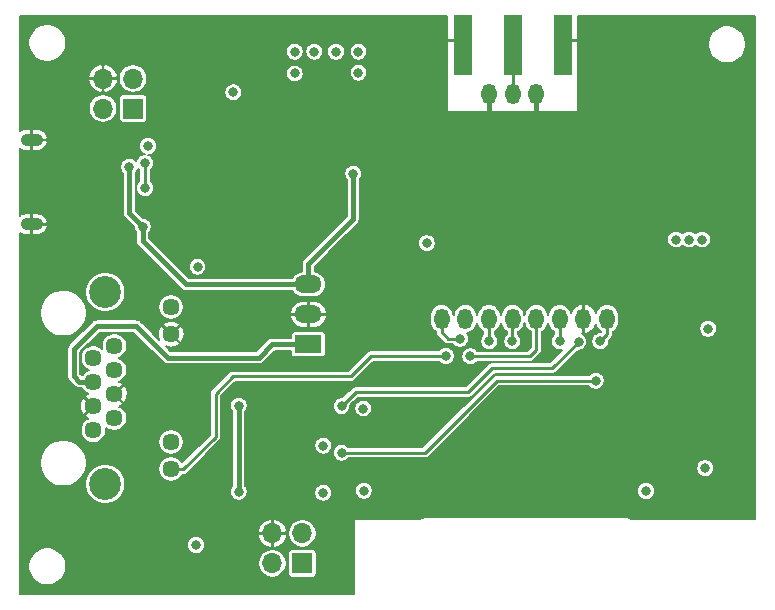
<source format=gbl>
G04 #@! TF.GenerationSoftware,KiCad,Pcbnew,(5.1.9-0-10_14)*
G04 #@! TF.CreationDate,2021-06-28T14:28:25+02:00*
G04 #@! TF.ProjectId,ithowifi_4l,6974686f-7769-4666-995f-346c2e6b6963,rev?*
G04 #@! TF.SameCoordinates,Original*
G04 #@! TF.FileFunction,Copper,L4,Bot*
G04 #@! TF.FilePolarity,Positive*
%FSLAX46Y46*%
G04 Gerber Fmt 4.6, Leading zero omitted, Abs format (unit mm)*
G04 Created by KiCad (PCBNEW (5.1.9-0-10_14)) date 2021-06-28 14:28:25*
%MOMM*%
%LPD*%
G01*
G04 APERTURE LIST*
G04 #@! TA.AperFunction,ComponentPad*
%ADD10C,1.500000*%
G04 #@! TD*
G04 #@! TA.AperFunction,ComponentPad*
%ADD11O,1.700000X1.700000*%
G04 #@! TD*
G04 #@! TA.AperFunction,ComponentPad*
%ADD12R,1.700000X1.700000*%
G04 #@! TD*
G04 #@! TA.AperFunction,ComponentPad*
%ADD13O,1.900000X1.050000*%
G04 #@! TD*
G04 #@! TA.AperFunction,ComponentPad*
%ADD14O,2.300000X1.500000*%
G04 #@! TD*
G04 #@! TA.AperFunction,ComponentPad*
%ADD15R,2.300000X1.500000*%
G04 #@! TD*
G04 #@! TA.AperFunction,ComponentPad*
%ADD16C,1.446000*%
G04 #@! TD*
G04 #@! TA.AperFunction,ComponentPad*
%ADD17C,2.700000*%
G04 #@! TD*
G04 #@! TA.AperFunction,SMDPad,CuDef*
%ADD18O,1.300000X1.750000*%
G04 #@! TD*
G04 #@! TA.AperFunction,SMDPad,CuDef*
%ADD19R,1.500000X5.080000*%
G04 #@! TD*
G04 #@! TA.AperFunction,ViaPad*
%ADD20C,0.800000*%
G04 #@! TD*
G04 #@! TA.AperFunction,Conductor*
%ADD21C,0.406400*%
G04 #@! TD*
G04 #@! TA.AperFunction,Conductor*
%ADD22C,0.254000*%
G04 #@! TD*
G04 #@! TA.AperFunction,Conductor*
%ADD23C,0.250000*%
G04 #@! TD*
G04 #@! TA.AperFunction,Conductor*
%ADD24C,0.203200*%
G04 #@! TD*
G04 #@! TA.AperFunction,Conductor*
%ADD25C,0.100000*%
G04 #@! TD*
G04 APERTURE END LIST*
D10*
X94869000Y-111125000D03*
D11*
X60198000Y-112395000D03*
X62738000Y-112395000D03*
X60198000Y-114935000D03*
D12*
X62738000Y-114935000D03*
D13*
X54155000Y-124743000D03*
X54155000Y-117593000D03*
D14*
X77580000Y-129828000D03*
X77580000Y-132368000D03*
D15*
X77580000Y-134908000D03*
D16*
X59372500Y-142176500D03*
X61152500Y-141156500D03*
X59372500Y-140136500D03*
X61152500Y-139116500D03*
X59372500Y-138096500D03*
X61152500Y-137076500D03*
X59372500Y-136056500D03*
X61152500Y-135036500D03*
X65962500Y-145466500D03*
X65962500Y-143176500D03*
X65962500Y-134036500D03*
X65962500Y-131746500D03*
D17*
X60392500Y-130476500D03*
X60392500Y-146736500D03*
D18*
X96872000Y-113739000D03*
X94872000Y-113739000D03*
X92872000Y-113739000D03*
X88872000Y-132739000D03*
X90872000Y-132739000D03*
X92872000Y-132739000D03*
X94872000Y-132739000D03*
X96872000Y-132739000D03*
X98872000Y-132739000D03*
X100872000Y-132739000D03*
X102872000Y-132739000D03*
D11*
X74532000Y-150910000D03*
X77072000Y-150910000D03*
X74532000Y-153450000D03*
D12*
X77072000Y-153450000D03*
D19*
X90631400Y-109548400D03*
X99131400Y-109548400D03*
X94881400Y-109548400D03*
D20*
X95250000Y-139700000D03*
X98806000Y-139700000D03*
X97028000Y-139700000D03*
X98806000Y-142748000D03*
X97028000Y-142748000D03*
X95250000Y-142748000D03*
X95250000Y-141224000D03*
X98806000Y-141224000D03*
X97028000Y-141224000D03*
X89154000Y-148590000D03*
X106172000Y-148590000D03*
X109807000Y-115926500D03*
X110907000Y-115926500D03*
X108707000Y-115926500D03*
X88925000Y-115773000D03*
X90632000Y-115768000D03*
X92332000Y-115768000D03*
X94032000Y-115768000D03*
X95732000Y-115768000D03*
X97432000Y-115768000D03*
X100832000Y-115768000D03*
X99132000Y-115768000D03*
X88932000Y-114068000D03*
X88932000Y-110768000D03*
X88925000Y-112368000D03*
X88925000Y-109168000D03*
X88932000Y-107468000D03*
X100825000Y-112368000D03*
X100832000Y-110768000D03*
X100832000Y-114068000D03*
X100832000Y-107468000D03*
X100825000Y-109168000D03*
X109266500Y-145830000D03*
X76805500Y-120159000D03*
X63546500Y-124938500D03*
X81391500Y-120462500D03*
X71691500Y-147383500D03*
X71691504Y-140081000D03*
X62420500Y-119888001D03*
X106172000Y-147320000D03*
X109807000Y-126026500D03*
X110907000Y-126026500D03*
X108707000Y-126026500D03*
X71230000Y-113572000D03*
X78850000Y-147481000D03*
X78850000Y-143480506D03*
X76424500Y-111967500D03*
X76424500Y-110126000D03*
X78075500Y-110126000D03*
X79917000Y-110126000D03*
X81822000Y-110126000D03*
X81822000Y-111904000D03*
X111171500Y-145385500D03*
X111425500Y-133574500D03*
X102281500Y-134654000D03*
X87613000Y-126335498D03*
X82279000Y-147290500D03*
X68072000Y-151892000D03*
X82232500Y-140335000D03*
X68199000Y-128333500D03*
X64008003Y-118110003D03*
X98852500Y-134654000D03*
X94852000Y-134654000D03*
X91295998Y-135907002D03*
X90424000Y-134429500D03*
X92883500Y-134654000D03*
X100457000Y-134683500D03*
X80391000Y-140144500D03*
X80391000Y-144081500D03*
X101917500Y-137985500D03*
X89217502Y-135890000D03*
X63753997Y-119570503D03*
X63753998Y-121666000D03*
D21*
X92872000Y-115228000D02*
X92332000Y-115768000D01*
X92872000Y-113739000D02*
X92872000Y-115228000D01*
X96872000Y-115208000D02*
X97432000Y-115768000D01*
X96872000Y-113739000D02*
X96872000Y-115208000D01*
D22*
X90251000Y-109168000D02*
X90631400Y-109548400D01*
X88925000Y-109168000D02*
X90251000Y-109168000D01*
X99511800Y-109168000D02*
X99131400Y-109548400D01*
X100825000Y-109168000D02*
X99511800Y-109168000D01*
D21*
X71691500Y-147383500D02*
X71691500Y-140081004D01*
X71691500Y-140081004D02*
X71691504Y-140081000D01*
X77580000Y-129828000D02*
X77580000Y-128096500D01*
X81391500Y-124285000D02*
X81391500Y-120462500D01*
X77580000Y-128096500D02*
X81391500Y-124285000D01*
X67217000Y-129828000D02*
X63546500Y-126157500D01*
X63546500Y-126157500D02*
X63546500Y-124938500D01*
X77580000Y-129828000D02*
X67217000Y-129828000D01*
X63546500Y-124938500D02*
X62420500Y-123812500D01*
X62420500Y-123812500D02*
X62420500Y-119888001D01*
D22*
X102872000Y-132739000D02*
X102872000Y-134063500D01*
X102872000Y-134063500D02*
X102281500Y-134654000D01*
D23*
X94872000Y-109557800D02*
X94881400Y-109548400D01*
X94872000Y-113739000D02*
X94872000Y-109557800D01*
D22*
X98872000Y-134634500D02*
X98852500Y-134654000D01*
X98872000Y-132739000D02*
X98872000Y-134634500D01*
X94852000Y-132759000D02*
X94872000Y-132739000D01*
X94852000Y-134654000D02*
X94852000Y-132759000D01*
X96872000Y-132739000D02*
X96872000Y-135364500D01*
X96872000Y-135364500D02*
X96329498Y-135907002D01*
X96329498Y-135907002D02*
X91295998Y-135907002D01*
X88862000Y-132749000D02*
X88872000Y-132739000D01*
X89408000Y-134429500D02*
X90424000Y-134429500D01*
X88872000Y-133893500D02*
X89408000Y-134429500D01*
X88872000Y-132739000D02*
X88872000Y-133893500D01*
X92883500Y-132750500D02*
X92872000Y-132739000D01*
X92883500Y-134654000D02*
X92883500Y-132750500D01*
X81597500Y-138938000D02*
X80391000Y-140144500D01*
X91122500Y-138938000D02*
X81597500Y-138938000D01*
X93154500Y-136906000D02*
X91122500Y-138938000D01*
X98234500Y-136906000D02*
X93154500Y-136906000D01*
X100457000Y-134683500D02*
X98234500Y-136906000D01*
X93535500Y-137985500D02*
X101917500Y-137985500D01*
X87439500Y-144081500D02*
X93535500Y-137985500D01*
X80391000Y-144081500D02*
X87439500Y-144081500D01*
D21*
X58184000Y-138067000D02*
X59355500Y-138067000D01*
X57721500Y-137604500D02*
X58184000Y-138067000D01*
X65659000Y-136017000D02*
X62992000Y-133350000D01*
X57721500Y-135318500D02*
X57721500Y-137604500D01*
X73406000Y-136017000D02*
X65659000Y-136017000D01*
X74515000Y-134908000D02*
X73406000Y-136017000D01*
X62992000Y-133350000D02*
X59690000Y-133350000D01*
X59690000Y-133350000D02*
X57721500Y-135318500D01*
X77580000Y-134908000D02*
X74515000Y-134908000D01*
D22*
X82867500Y-135890000D02*
X89217502Y-135890000D01*
X69723000Y-142748000D02*
X69723000Y-139065000D01*
X69723000Y-139065000D02*
X71183500Y-137604500D01*
X71183500Y-137604500D02*
X81153000Y-137604500D01*
X81153000Y-137604500D02*
X82867500Y-135890000D01*
X67004500Y-145466500D02*
X69723000Y-142748000D01*
X65962500Y-145466500D02*
X67004500Y-145466500D01*
X63753998Y-121100315D02*
X63753998Y-121666000D01*
X63753997Y-119570503D02*
X63753998Y-121100315D01*
D24*
X89330400Y-115168000D02*
X89332352Y-115187821D01*
X89338134Y-115206881D01*
X89347523Y-115224446D01*
X89360158Y-115239842D01*
X89375554Y-115252477D01*
X89393119Y-115261866D01*
X89412179Y-115267648D01*
X89432000Y-115269600D01*
X100332000Y-115269600D01*
X100351821Y-115267648D01*
X100370881Y-115261866D01*
X100388446Y-115252477D01*
X100403842Y-115239842D01*
X100416477Y-115224446D01*
X100425866Y-115206881D01*
X100431648Y-115187821D01*
X100433600Y-115168000D01*
X100433600Y-109349862D01*
X111407400Y-109349862D01*
X111407400Y-109666138D01*
X111469102Y-109976336D01*
X111590136Y-110268537D01*
X111765849Y-110531510D01*
X111989490Y-110755151D01*
X112252463Y-110930864D01*
X112544664Y-111051898D01*
X112854862Y-111113600D01*
X113171138Y-111113600D01*
X113481336Y-111051898D01*
X113773537Y-110930864D01*
X114036510Y-110755151D01*
X114260151Y-110531510D01*
X114435864Y-110268537D01*
X114556898Y-109976336D01*
X114618600Y-109666138D01*
X114618600Y-109349862D01*
X114556898Y-109039664D01*
X114435864Y-108747463D01*
X114260151Y-108484490D01*
X114036510Y-108260849D01*
X113773537Y-108085136D01*
X113481336Y-107964102D01*
X113171138Y-107902400D01*
X112854862Y-107902400D01*
X112544664Y-107964102D01*
X112252463Y-108085136D01*
X111989490Y-108260849D01*
X111765849Y-108484490D01*
X111590136Y-108747463D01*
X111469102Y-109039664D01*
X111407400Y-109349862D01*
X100433600Y-109349862D01*
X100433600Y-107073600D01*
X115312168Y-107073600D01*
X115349957Y-107077305D01*
X115367228Y-107082520D01*
X115383166Y-107090994D01*
X115397144Y-107102394D01*
X115408651Y-107116303D01*
X115417232Y-107132173D01*
X115422567Y-107149410D01*
X115426401Y-107185888D01*
X115426400Y-149666400D01*
X104903850Y-149666400D01*
X104858429Y-149629125D01*
X104787967Y-149591462D01*
X104711511Y-149568269D01*
X104651921Y-149562400D01*
X104632000Y-149560438D01*
X104612079Y-149562400D01*
X87351921Y-149562400D01*
X87332000Y-149560438D01*
X87312079Y-149562400D01*
X87252489Y-149568269D01*
X87176033Y-149591462D01*
X87105571Y-149629125D01*
X87060150Y-149666400D01*
X81532000Y-149666400D01*
X81512179Y-149668352D01*
X81493119Y-149674134D01*
X81475554Y-149683523D01*
X81460158Y-149696158D01*
X81447523Y-149711554D01*
X81438134Y-149729119D01*
X81432352Y-149748179D01*
X81430400Y-149768000D01*
X81430400Y-156062400D01*
X53251832Y-156062400D01*
X53214043Y-156058695D01*
X53196772Y-156053480D01*
X53180834Y-156045006D01*
X53166856Y-156033606D01*
X53155348Y-156019695D01*
X53146769Y-156003829D01*
X53141433Y-155986590D01*
X53137600Y-155950122D01*
X53137600Y-153545862D01*
X53876400Y-153545862D01*
X53876400Y-153862138D01*
X53938102Y-154172336D01*
X54059136Y-154464537D01*
X54234849Y-154727510D01*
X54458490Y-154951151D01*
X54721463Y-155126864D01*
X55013664Y-155247898D01*
X55323862Y-155309600D01*
X55640138Y-155309600D01*
X55950336Y-155247898D01*
X56242537Y-155126864D01*
X56505510Y-154951151D01*
X56729151Y-154727510D01*
X56904864Y-154464537D01*
X57025898Y-154172336D01*
X57087600Y-153862138D01*
X57087600Y-153545862D01*
X57044913Y-153331259D01*
X73326400Y-153331259D01*
X73326400Y-153568741D01*
X73372731Y-153801660D01*
X73463611Y-154021066D01*
X73595550Y-154218525D01*
X73763475Y-154386450D01*
X73960934Y-154518389D01*
X74180340Y-154609269D01*
X74413259Y-154655600D01*
X74650741Y-154655600D01*
X74883660Y-154609269D01*
X75103066Y-154518389D01*
X75300525Y-154386450D01*
X75468450Y-154218525D01*
X75600389Y-154021066D01*
X75691269Y-153801660D01*
X75737600Y-153568741D01*
X75737600Y-153331259D01*
X75691269Y-153098340D01*
X75600389Y-152878934D01*
X75468450Y-152681475D01*
X75386975Y-152600000D01*
X75864680Y-152600000D01*
X75864680Y-154300000D01*
X75871546Y-154369710D01*
X75891879Y-154436740D01*
X75924899Y-154498516D01*
X75969337Y-154552663D01*
X76023484Y-154597101D01*
X76085260Y-154630121D01*
X76152290Y-154650454D01*
X76222000Y-154657320D01*
X77922000Y-154657320D01*
X77991710Y-154650454D01*
X78058740Y-154630121D01*
X78120516Y-154597101D01*
X78174663Y-154552663D01*
X78219101Y-154498516D01*
X78252121Y-154436740D01*
X78272454Y-154369710D01*
X78279320Y-154300000D01*
X78279320Y-152600000D01*
X78272454Y-152530290D01*
X78252121Y-152463260D01*
X78219101Y-152401484D01*
X78174663Y-152347337D01*
X78120516Y-152302899D01*
X78058740Y-152269879D01*
X77991710Y-152249546D01*
X77922000Y-152242680D01*
X76222000Y-152242680D01*
X76152290Y-152249546D01*
X76085260Y-152269879D01*
X76023484Y-152302899D01*
X75969337Y-152347337D01*
X75924899Y-152401484D01*
X75891879Y-152463260D01*
X75871546Y-152530290D01*
X75864680Y-152600000D01*
X75386975Y-152600000D01*
X75300525Y-152513550D01*
X75103066Y-152381611D01*
X74883660Y-152290731D01*
X74650741Y-152244400D01*
X74413259Y-152244400D01*
X74180340Y-152290731D01*
X73960934Y-152381611D01*
X73763475Y-152513550D01*
X73595550Y-152681475D01*
X73463611Y-152878934D01*
X73372731Y-153098340D01*
X73326400Y-153331259D01*
X57044913Y-153331259D01*
X57025898Y-153235664D01*
X56904864Y-152943463D01*
X56729151Y-152680490D01*
X56505510Y-152456849D01*
X56242537Y-152281136D01*
X55950336Y-152160102D01*
X55640138Y-152098400D01*
X55323862Y-152098400D01*
X55013664Y-152160102D01*
X54721463Y-152281136D01*
X54458490Y-152456849D01*
X54234849Y-152680490D01*
X54059136Y-152943463D01*
X53938102Y-153235664D01*
X53876400Y-153545862D01*
X53137600Y-153545862D01*
X53137600Y-151817580D01*
X67316400Y-151817580D01*
X67316400Y-151966420D01*
X67345437Y-152112400D01*
X67402396Y-152249911D01*
X67485087Y-152373667D01*
X67590333Y-152478913D01*
X67714089Y-152561604D01*
X67851600Y-152618563D01*
X67997580Y-152647600D01*
X68146420Y-152647600D01*
X68292400Y-152618563D01*
X68429911Y-152561604D01*
X68553667Y-152478913D01*
X68658913Y-152373667D01*
X68741604Y-152249911D01*
X68798563Y-152112400D01*
X68827600Y-151966420D01*
X68827600Y-151817580D01*
X68798563Y-151671600D01*
X68741604Y-151534089D01*
X68658913Y-151410333D01*
X68553667Y-151305087D01*
X68429911Y-151222396D01*
X68292400Y-151165437D01*
X68146420Y-151136400D01*
X67997580Y-151136400D01*
X67851600Y-151165437D01*
X67714089Y-151222396D01*
X67590333Y-151305087D01*
X67485087Y-151410333D01*
X67402396Y-151534089D01*
X67345437Y-151671600D01*
X67316400Y-151817580D01*
X53137600Y-151817580D01*
X53137600Y-151131591D01*
X73295296Y-151131591D01*
X73304634Y-151178544D01*
X73380608Y-151412831D01*
X73500829Y-151627795D01*
X73660677Y-151815174D01*
X73854010Y-151967768D01*
X74073398Y-152079712D01*
X74310409Y-152146705D01*
X74506600Y-152064544D01*
X74506600Y-150935400D01*
X74557400Y-150935400D01*
X74557400Y-152064544D01*
X74753591Y-152146705D01*
X74990602Y-152079712D01*
X75209990Y-151967768D01*
X75403323Y-151815174D01*
X75563171Y-151627795D01*
X75683392Y-151412831D01*
X75759366Y-151178544D01*
X75768704Y-151131591D01*
X75686521Y-150935400D01*
X74557400Y-150935400D01*
X74506600Y-150935400D01*
X73377479Y-150935400D01*
X73295296Y-151131591D01*
X53137600Y-151131591D01*
X53137600Y-150688409D01*
X73295296Y-150688409D01*
X73377479Y-150884600D01*
X74506600Y-150884600D01*
X74506600Y-149755456D01*
X74557400Y-149755456D01*
X74557400Y-150884600D01*
X75686521Y-150884600D01*
X75725620Y-150791259D01*
X75866400Y-150791259D01*
X75866400Y-151028741D01*
X75912731Y-151261660D01*
X76003611Y-151481066D01*
X76135550Y-151678525D01*
X76303475Y-151846450D01*
X76500934Y-151978389D01*
X76720340Y-152069269D01*
X76953259Y-152115600D01*
X77190741Y-152115600D01*
X77423660Y-152069269D01*
X77643066Y-151978389D01*
X77840525Y-151846450D01*
X78008450Y-151678525D01*
X78140389Y-151481066D01*
X78231269Y-151261660D01*
X78277600Y-151028741D01*
X78277600Y-150791259D01*
X78231269Y-150558340D01*
X78140389Y-150338934D01*
X78008450Y-150141475D01*
X77840525Y-149973550D01*
X77643066Y-149841611D01*
X77423660Y-149750731D01*
X77190741Y-149704400D01*
X76953259Y-149704400D01*
X76720340Y-149750731D01*
X76500934Y-149841611D01*
X76303475Y-149973550D01*
X76135550Y-150141475D01*
X76003611Y-150338934D01*
X75912731Y-150558340D01*
X75866400Y-150791259D01*
X75725620Y-150791259D01*
X75768704Y-150688409D01*
X75759366Y-150641456D01*
X75683392Y-150407169D01*
X75563171Y-150192205D01*
X75403323Y-150004826D01*
X75209990Y-149852232D01*
X74990602Y-149740288D01*
X74753591Y-149673295D01*
X74557400Y-149755456D01*
X74506600Y-149755456D01*
X74310409Y-149673295D01*
X74073398Y-149740288D01*
X73854010Y-149852232D01*
X73660677Y-150004826D01*
X73500829Y-150192205D01*
X73380608Y-150407169D01*
X73304634Y-150641456D01*
X73295296Y-150688409D01*
X53137600Y-150688409D01*
X53137600Y-144761428D01*
X54851900Y-144761428D01*
X54851900Y-145151572D01*
X54928014Y-145534220D01*
X55077315Y-145894666D01*
X55294068Y-146219059D01*
X55569941Y-146494932D01*
X55894334Y-146711685D01*
X56254780Y-146860986D01*
X56637428Y-146937100D01*
X57027572Y-146937100D01*
X57410220Y-146860986D01*
X57770666Y-146711685D01*
X57984937Y-146568513D01*
X58686900Y-146568513D01*
X58686900Y-146904487D01*
X58752445Y-147234005D01*
X58881017Y-147544405D01*
X59067674Y-147823757D01*
X59305243Y-148061326D01*
X59584595Y-148247983D01*
X59894995Y-148376555D01*
X60224513Y-148442100D01*
X60560487Y-148442100D01*
X60890005Y-148376555D01*
X61200405Y-148247983D01*
X61479757Y-148061326D01*
X61717326Y-147823757D01*
X61903983Y-147544405D01*
X62001457Y-147309080D01*
X70935900Y-147309080D01*
X70935900Y-147457920D01*
X70964937Y-147603900D01*
X71021896Y-147741411D01*
X71104587Y-147865167D01*
X71209833Y-147970413D01*
X71333589Y-148053104D01*
X71471100Y-148110063D01*
X71617080Y-148139100D01*
X71765920Y-148139100D01*
X71911900Y-148110063D01*
X72049411Y-148053104D01*
X72173167Y-147970413D01*
X72278413Y-147865167D01*
X72361104Y-147741411D01*
X72418063Y-147603900D01*
X72447100Y-147457920D01*
X72447100Y-147406580D01*
X78094400Y-147406580D01*
X78094400Y-147555420D01*
X78123437Y-147701400D01*
X78180396Y-147838911D01*
X78263087Y-147962667D01*
X78368333Y-148067913D01*
X78492089Y-148150604D01*
X78629600Y-148207563D01*
X78775580Y-148236600D01*
X78924420Y-148236600D01*
X79070400Y-148207563D01*
X79207911Y-148150604D01*
X79331667Y-148067913D01*
X79436913Y-147962667D01*
X79519604Y-147838911D01*
X79576563Y-147701400D01*
X79605600Y-147555420D01*
X79605600Y-147406580D01*
X79576563Y-147260600D01*
X79558123Y-147216080D01*
X81523400Y-147216080D01*
X81523400Y-147364920D01*
X81552437Y-147510900D01*
X81609396Y-147648411D01*
X81692087Y-147772167D01*
X81797333Y-147877413D01*
X81921089Y-147960104D01*
X82058600Y-148017063D01*
X82204580Y-148046100D01*
X82353420Y-148046100D01*
X82499400Y-148017063D01*
X82636911Y-147960104D01*
X82760667Y-147877413D01*
X82865913Y-147772167D01*
X82948604Y-147648411D01*
X83005563Y-147510900D01*
X83034600Y-147364920D01*
X83034600Y-147245580D01*
X105416400Y-147245580D01*
X105416400Y-147394420D01*
X105445437Y-147540400D01*
X105502396Y-147677911D01*
X105585087Y-147801667D01*
X105690333Y-147906913D01*
X105814089Y-147989604D01*
X105951600Y-148046563D01*
X106097580Y-148075600D01*
X106246420Y-148075600D01*
X106392400Y-148046563D01*
X106529911Y-147989604D01*
X106653667Y-147906913D01*
X106758913Y-147801667D01*
X106841604Y-147677911D01*
X106898563Y-147540400D01*
X106927600Y-147394420D01*
X106927600Y-147245580D01*
X106898563Y-147099600D01*
X106841604Y-146962089D01*
X106758913Y-146838333D01*
X106653667Y-146733087D01*
X106529911Y-146650396D01*
X106392400Y-146593437D01*
X106246420Y-146564400D01*
X106097580Y-146564400D01*
X105951600Y-146593437D01*
X105814089Y-146650396D01*
X105690333Y-146733087D01*
X105585087Y-146838333D01*
X105502396Y-146962089D01*
X105445437Y-147099600D01*
X105416400Y-147245580D01*
X83034600Y-147245580D01*
X83034600Y-147216080D01*
X83005563Y-147070100D01*
X82948604Y-146932589D01*
X82865913Y-146808833D01*
X82760667Y-146703587D01*
X82636911Y-146620896D01*
X82499400Y-146563937D01*
X82353420Y-146534900D01*
X82204580Y-146534900D01*
X82058600Y-146563937D01*
X81921089Y-146620896D01*
X81797333Y-146703587D01*
X81692087Y-146808833D01*
X81609396Y-146932589D01*
X81552437Y-147070100D01*
X81523400Y-147216080D01*
X79558123Y-147216080D01*
X79519604Y-147123089D01*
X79436913Y-146999333D01*
X79331667Y-146894087D01*
X79207911Y-146811396D01*
X79070400Y-146754437D01*
X78924420Y-146725400D01*
X78775580Y-146725400D01*
X78629600Y-146754437D01*
X78492089Y-146811396D01*
X78368333Y-146894087D01*
X78263087Y-146999333D01*
X78180396Y-147123089D01*
X78123437Y-147260600D01*
X78094400Y-147406580D01*
X72447100Y-147406580D01*
X72447100Y-147309080D01*
X72418063Y-147163100D01*
X72361104Y-147025589D01*
X72278413Y-146901833D01*
X72250300Y-146873720D01*
X72250300Y-145311080D01*
X110415900Y-145311080D01*
X110415900Y-145459920D01*
X110444937Y-145605900D01*
X110501896Y-145743411D01*
X110584587Y-145867167D01*
X110689833Y-145972413D01*
X110813589Y-146055104D01*
X110951100Y-146112063D01*
X111097080Y-146141100D01*
X111245920Y-146141100D01*
X111391900Y-146112063D01*
X111529411Y-146055104D01*
X111653167Y-145972413D01*
X111758413Y-145867167D01*
X111841104Y-145743411D01*
X111898063Y-145605900D01*
X111927100Y-145459920D01*
X111927100Y-145311080D01*
X111898063Y-145165100D01*
X111841104Y-145027589D01*
X111758413Y-144903833D01*
X111653167Y-144798587D01*
X111529411Y-144715896D01*
X111391900Y-144658937D01*
X111245920Y-144629900D01*
X111097080Y-144629900D01*
X110951100Y-144658937D01*
X110813589Y-144715896D01*
X110689833Y-144798587D01*
X110584587Y-144903833D01*
X110501896Y-145027589D01*
X110444937Y-145165100D01*
X110415900Y-145311080D01*
X72250300Y-145311080D01*
X72250300Y-143406086D01*
X78094400Y-143406086D01*
X78094400Y-143554926D01*
X78123437Y-143700906D01*
X78180396Y-143838417D01*
X78263087Y-143962173D01*
X78368333Y-144067419D01*
X78492089Y-144150110D01*
X78629600Y-144207069D01*
X78775580Y-144236106D01*
X78924420Y-144236106D01*
X79070400Y-144207069D01*
X79207911Y-144150110D01*
X79331667Y-144067419D01*
X79392006Y-144007080D01*
X79635400Y-144007080D01*
X79635400Y-144155920D01*
X79664437Y-144301900D01*
X79721396Y-144439411D01*
X79804087Y-144563167D01*
X79909333Y-144668413D01*
X80033089Y-144751104D01*
X80170600Y-144808063D01*
X80316580Y-144837100D01*
X80465420Y-144837100D01*
X80611400Y-144808063D01*
X80748911Y-144751104D01*
X80872667Y-144668413D01*
X80976980Y-144564100D01*
X87415795Y-144564100D01*
X87439500Y-144566435D01*
X87463205Y-144564100D01*
X87463207Y-144564100D01*
X87534106Y-144557117D01*
X87625077Y-144529522D01*
X87708915Y-144484709D01*
X87782401Y-144424401D01*
X87797517Y-144405982D01*
X93735400Y-138468100D01*
X101331520Y-138468100D01*
X101435833Y-138572413D01*
X101559589Y-138655104D01*
X101697100Y-138712063D01*
X101843080Y-138741100D01*
X101991920Y-138741100D01*
X102137900Y-138712063D01*
X102275411Y-138655104D01*
X102399167Y-138572413D01*
X102504413Y-138467167D01*
X102587104Y-138343411D01*
X102644063Y-138205900D01*
X102673100Y-138059920D01*
X102673100Y-137911080D01*
X102644063Y-137765100D01*
X102587104Y-137627589D01*
X102504413Y-137503833D01*
X102399167Y-137398587D01*
X102275411Y-137315896D01*
X102137900Y-137258937D01*
X101991920Y-137229900D01*
X101843080Y-137229900D01*
X101697100Y-137258937D01*
X101559589Y-137315896D01*
X101435833Y-137398587D01*
X101331520Y-137502900D01*
X93559207Y-137502900D01*
X93535500Y-137500565D01*
X93440893Y-137509883D01*
X93349923Y-137537478D01*
X93266085Y-137582291D01*
X93192599Y-137642599D01*
X93177488Y-137661012D01*
X87239601Y-143598900D01*
X80976980Y-143598900D01*
X80872667Y-143494587D01*
X80748911Y-143411896D01*
X80611400Y-143354937D01*
X80465420Y-143325900D01*
X80316580Y-143325900D01*
X80170600Y-143354937D01*
X80033089Y-143411896D01*
X79909333Y-143494587D01*
X79804087Y-143599833D01*
X79721396Y-143723589D01*
X79664437Y-143861100D01*
X79635400Y-144007080D01*
X79392006Y-144007080D01*
X79436913Y-143962173D01*
X79519604Y-143838417D01*
X79576563Y-143700906D01*
X79605600Y-143554926D01*
X79605600Y-143406086D01*
X79576563Y-143260106D01*
X79519604Y-143122595D01*
X79436913Y-142998839D01*
X79331667Y-142893593D01*
X79207911Y-142810902D01*
X79070400Y-142753943D01*
X78924420Y-142724906D01*
X78775580Y-142724906D01*
X78629600Y-142753943D01*
X78492089Y-142810902D01*
X78368333Y-142893593D01*
X78263087Y-142998839D01*
X78180396Y-143122595D01*
X78123437Y-143260106D01*
X78094400Y-143406086D01*
X72250300Y-143406086D01*
X72250300Y-140590784D01*
X72278417Y-140562667D01*
X72361108Y-140438911D01*
X72418067Y-140301400D01*
X72447104Y-140155420D01*
X72447104Y-140070080D01*
X79635400Y-140070080D01*
X79635400Y-140218920D01*
X79664437Y-140364900D01*
X79721396Y-140502411D01*
X79804087Y-140626167D01*
X79909333Y-140731413D01*
X80033089Y-140814104D01*
X80170600Y-140871063D01*
X80316580Y-140900100D01*
X80465420Y-140900100D01*
X80611400Y-140871063D01*
X80748911Y-140814104D01*
X80872667Y-140731413D01*
X80977913Y-140626167D01*
X81060604Y-140502411D01*
X81117563Y-140364900D01*
X81138313Y-140260580D01*
X81476900Y-140260580D01*
X81476900Y-140409420D01*
X81505937Y-140555400D01*
X81562896Y-140692911D01*
X81645587Y-140816667D01*
X81750833Y-140921913D01*
X81874589Y-141004604D01*
X82012100Y-141061563D01*
X82158080Y-141090600D01*
X82306920Y-141090600D01*
X82452900Y-141061563D01*
X82590411Y-141004604D01*
X82714167Y-140921913D01*
X82819413Y-140816667D01*
X82902104Y-140692911D01*
X82959063Y-140555400D01*
X82988100Y-140409420D01*
X82988100Y-140260580D01*
X82959063Y-140114600D01*
X82902104Y-139977089D01*
X82819413Y-139853333D01*
X82714167Y-139748087D01*
X82590411Y-139665396D01*
X82452900Y-139608437D01*
X82306920Y-139579400D01*
X82158080Y-139579400D01*
X82012100Y-139608437D01*
X81874589Y-139665396D01*
X81750833Y-139748087D01*
X81645587Y-139853333D01*
X81562896Y-139977089D01*
X81505937Y-140114600D01*
X81476900Y-140260580D01*
X81138313Y-140260580D01*
X81146600Y-140218920D01*
X81146600Y-140071399D01*
X81797400Y-139420600D01*
X91098795Y-139420600D01*
X91122500Y-139422935D01*
X91146205Y-139420600D01*
X91146207Y-139420600D01*
X91217106Y-139413617D01*
X91308077Y-139386022D01*
X91391915Y-139341209D01*
X91465401Y-139280901D01*
X91480517Y-139262482D01*
X93354400Y-137388600D01*
X98210795Y-137388600D01*
X98234500Y-137390935D01*
X98258205Y-137388600D01*
X98258207Y-137388600D01*
X98329106Y-137381617D01*
X98420077Y-137354022D01*
X98503915Y-137309209D01*
X98577401Y-137248901D01*
X98592517Y-137230482D01*
X100383900Y-135439100D01*
X100531420Y-135439100D01*
X100677400Y-135410063D01*
X100814911Y-135353104D01*
X100938667Y-135270413D01*
X101043913Y-135165167D01*
X101126604Y-135041411D01*
X101183563Y-134903900D01*
X101212600Y-134757920D01*
X101212600Y-134609080D01*
X101183563Y-134463100D01*
X101126604Y-134325589D01*
X101043913Y-134201833D01*
X100938667Y-134096587D01*
X100814911Y-134013896D01*
X100729568Y-133978546D01*
X100846600Y-133918462D01*
X100846600Y-132764400D01*
X100826600Y-132764400D01*
X100826600Y-132713600D01*
X100846600Y-132713600D01*
X100846600Y-131559538D01*
X100897400Y-131559538D01*
X100897400Y-132713600D01*
X100917400Y-132713600D01*
X100917400Y-132764400D01*
X100897400Y-132764400D01*
X100897400Y-133918462D01*
X101062297Y-134003119D01*
X101252800Y-133949706D01*
X101437785Y-133856475D01*
X101601027Y-133728947D01*
X101736253Y-133572023D01*
X101838266Y-133391733D01*
X101896937Y-133213831D01*
X101938452Y-133350688D01*
X102031830Y-133525384D01*
X102157494Y-133678507D01*
X102310617Y-133804171D01*
X102389401Y-133846282D01*
X102389401Y-133863599D01*
X102354600Y-133898400D01*
X102207080Y-133898400D01*
X102061100Y-133927437D01*
X101923589Y-133984396D01*
X101799833Y-134067087D01*
X101694587Y-134172333D01*
X101611896Y-134296089D01*
X101554937Y-134433600D01*
X101525900Y-134579580D01*
X101525900Y-134728420D01*
X101554937Y-134874400D01*
X101611896Y-135011911D01*
X101694587Y-135135667D01*
X101799833Y-135240913D01*
X101923589Y-135323604D01*
X102061100Y-135380563D01*
X102207080Y-135409600D01*
X102355920Y-135409600D01*
X102501900Y-135380563D01*
X102639411Y-135323604D01*
X102763167Y-135240913D01*
X102868413Y-135135667D01*
X102951104Y-135011911D01*
X103008063Y-134874400D01*
X103037100Y-134728420D01*
X103037100Y-134580900D01*
X103196487Y-134421513D01*
X103214901Y-134406401D01*
X103275209Y-134332915D01*
X103320022Y-134249077D01*
X103347617Y-134158106D01*
X103354600Y-134087207D01*
X103354600Y-134087206D01*
X103356935Y-134063501D01*
X103354600Y-134039796D01*
X103354600Y-133846282D01*
X103433384Y-133804171D01*
X103586507Y-133678507D01*
X103712171Y-133525384D01*
X103725696Y-133500080D01*
X110669900Y-133500080D01*
X110669900Y-133648920D01*
X110698937Y-133794900D01*
X110755896Y-133932411D01*
X110838587Y-134056167D01*
X110943833Y-134161413D01*
X111067589Y-134244104D01*
X111205100Y-134301063D01*
X111351080Y-134330100D01*
X111499920Y-134330100D01*
X111645900Y-134301063D01*
X111783411Y-134244104D01*
X111907167Y-134161413D01*
X112012413Y-134056167D01*
X112095104Y-133932411D01*
X112152063Y-133794900D01*
X112181100Y-133648920D01*
X112181100Y-133500080D01*
X112152063Y-133354100D01*
X112095104Y-133216589D01*
X112012413Y-133092833D01*
X111907167Y-132987587D01*
X111783411Y-132904896D01*
X111645900Y-132847937D01*
X111499920Y-132818900D01*
X111351080Y-132818900D01*
X111205100Y-132847937D01*
X111067589Y-132904896D01*
X110943833Y-132987587D01*
X110838587Y-133092833D01*
X110755896Y-133216589D01*
X110698937Y-133354100D01*
X110669900Y-133500080D01*
X103725696Y-133500080D01*
X103805548Y-133350688D01*
X103863049Y-133161131D01*
X103877600Y-133013394D01*
X103877600Y-132464605D01*
X103863049Y-132316868D01*
X103805548Y-132127312D01*
X103712171Y-131952616D01*
X103586507Y-131799493D01*
X103433384Y-131673829D01*
X103258687Y-131580452D01*
X103069131Y-131522951D01*
X102872000Y-131503535D01*
X102674868Y-131522951D01*
X102485312Y-131580452D01*
X102310616Y-131673829D01*
X102157493Y-131799493D01*
X102031829Y-131952616D01*
X101938452Y-132127313D01*
X101896937Y-132264169D01*
X101838266Y-132086267D01*
X101736253Y-131905977D01*
X101601027Y-131749053D01*
X101437785Y-131621525D01*
X101252800Y-131528294D01*
X101062297Y-131474881D01*
X100897400Y-131559538D01*
X100846600Y-131559538D01*
X100681703Y-131474881D01*
X100491200Y-131528294D01*
X100306215Y-131621525D01*
X100142973Y-131749053D01*
X100007747Y-131905977D01*
X99905734Y-132086267D01*
X99847063Y-132264169D01*
X99805548Y-132127312D01*
X99712171Y-131952616D01*
X99586507Y-131799493D01*
X99433384Y-131673829D01*
X99258687Y-131580452D01*
X99069131Y-131522951D01*
X98872000Y-131503535D01*
X98674868Y-131522951D01*
X98485312Y-131580452D01*
X98310616Y-131673829D01*
X98157493Y-131799493D01*
X98031829Y-131952616D01*
X97938452Y-132127313D01*
X97880951Y-132316869D01*
X97872000Y-132407748D01*
X97863049Y-132316868D01*
X97805548Y-132127312D01*
X97712171Y-131952616D01*
X97586507Y-131799493D01*
X97433384Y-131673829D01*
X97258687Y-131580452D01*
X97069131Y-131522951D01*
X96872000Y-131503535D01*
X96674868Y-131522951D01*
X96485312Y-131580452D01*
X96310616Y-131673829D01*
X96157493Y-131799493D01*
X96031829Y-131952616D01*
X95938452Y-132127313D01*
X95880951Y-132316869D01*
X95872000Y-132407748D01*
X95863049Y-132316868D01*
X95805548Y-132127312D01*
X95712171Y-131952616D01*
X95586507Y-131799493D01*
X95433384Y-131673829D01*
X95258687Y-131580452D01*
X95069131Y-131522951D01*
X94872000Y-131503535D01*
X94674868Y-131522951D01*
X94485312Y-131580452D01*
X94310616Y-131673829D01*
X94157493Y-131799493D01*
X94031829Y-131952616D01*
X93938452Y-132127313D01*
X93880951Y-132316869D01*
X93872000Y-132407748D01*
X93863049Y-132316868D01*
X93805548Y-132127312D01*
X93712171Y-131952616D01*
X93586507Y-131799493D01*
X93433384Y-131673829D01*
X93258687Y-131580452D01*
X93069131Y-131522951D01*
X92872000Y-131503535D01*
X92674868Y-131522951D01*
X92485312Y-131580452D01*
X92310616Y-131673829D01*
X92157493Y-131799493D01*
X92031829Y-131952616D01*
X91938452Y-132127313D01*
X91880951Y-132316869D01*
X91872000Y-132407748D01*
X91863049Y-132316868D01*
X91805548Y-132127312D01*
X91712171Y-131952616D01*
X91586507Y-131799493D01*
X91433384Y-131673829D01*
X91258687Y-131580452D01*
X91069131Y-131522951D01*
X90872000Y-131503535D01*
X90674868Y-131522951D01*
X90485312Y-131580452D01*
X90310616Y-131673829D01*
X90157493Y-131799493D01*
X90031829Y-131952616D01*
X89938452Y-132127313D01*
X89880951Y-132316869D01*
X89872000Y-132407748D01*
X89863049Y-132316868D01*
X89805548Y-132127312D01*
X89712171Y-131952616D01*
X89586507Y-131799493D01*
X89433384Y-131673829D01*
X89258687Y-131580452D01*
X89069131Y-131522951D01*
X88872000Y-131503535D01*
X88674868Y-131522951D01*
X88485312Y-131580452D01*
X88310616Y-131673829D01*
X88157493Y-131799493D01*
X88031829Y-131952616D01*
X87938452Y-132127313D01*
X87880951Y-132316869D01*
X87866400Y-132464606D01*
X87866400Y-133013395D01*
X87880951Y-133161132D01*
X87938452Y-133350688D01*
X88031830Y-133525384D01*
X88157494Y-133678507D01*
X88310617Y-133804171D01*
X88389401Y-133846282D01*
X88389401Y-133869785D01*
X88387065Y-133893500D01*
X88396384Y-133988106D01*
X88423978Y-134079076D01*
X88468792Y-134162915D01*
X88488130Y-134186478D01*
X88529100Y-134236401D01*
X88547513Y-134251512D01*
X89049983Y-134753982D01*
X89065099Y-134772401D01*
X89138585Y-134832709D01*
X89222423Y-134877522D01*
X89313394Y-134905117D01*
X89384293Y-134912100D01*
X89384302Y-134912100D01*
X89407999Y-134914434D01*
X89431696Y-134912100D01*
X89838020Y-134912100D01*
X89942333Y-135016413D01*
X90066089Y-135099104D01*
X90203600Y-135156063D01*
X90349580Y-135185100D01*
X90498420Y-135185100D01*
X90644400Y-135156063D01*
X90781911Y-135099104D01*
X90905667Y-135016413D01*
X91010913Y-134911167D01*
X91093604Y-134787411D01*
X91150563Y-134649900D01*
X91179600Y-134503920D01*
X91179600Y-134355080D01*
X91150563Y-134209100D01*
X91093604Y-134071589D01*
X91019032Y-133959983D01*
X91069132Y-133955049D01*
X91258688Y-133897548D01*
X91433384Y-133804171D01*
X91586507Y-133678507D01*
X91712171Y-133525384D01*
X91805548Y-133350688D01*
X91863049Y-133161131D01*
X91872000Y-133070252D01*
X91880951Y-133161132D01*
X91938452Y-133350688D01*
X92031830Y-133525384D01*
X92157494Y-133678507D01*
X92310617Y-133804171D01*
X92400900Y-133852429D01*
X92400900Y-134068020D01*
X92296587Y-134172333D01*
X92213896Y-134296089D01*
X92156937Y-134433600D01*
X92127900Y-134579580D01*
X92127900Y-134728420D01*
X92156937Y-134874400D01*
X92213896Y-135011911D01*
X92296587Y-135135667D01*
X92401833Y-135240913D01*
X92525589Y-135323604D01*
X92663100Y-135380563D01*
X92809080Y-135409600D01*
X92957920Y-135409600D01*
X93103900Y-135380563D01*
X93241411Y-135323604D01*
X93365167Y-135240913D01*
X93470413Y-135135667D01*
X93553104Y-135011911D01*
X93610063Y-134874400D01*
X93639100Y-134728420D01*
X93639100Y-134579580D01*
X93610063Y-134433600D01*
X93553104Y-134296089D01*
X93470413Y-134172333D01*
X93366100Y-134068020D01*
X93366100Y-133840135D01*
X93433384Y-133804171D01*
X93586507Y-133678507D01*
X93712171Y-133525384D01*
X93805548Y-133350688D01*
X93863049Y-133161131D01*
X93872000Y-133070252D01*
X93880951Y-133161132D01*
X93938452Y-133350688D01*
X94031830Y-133525384D01*
X94157494Y-133678507D01*
X94310617Y-133804171D01*
X94369400Y-133835591D01*
X94369400Y-134068020D01*
X94265087Y-134172333D01*
X94182396Y-134296089D01*
X94125437Y-134433600D01*
X94096400Y-134579580D01*
X94096400Y-134728420D01*
X94125437Y-134874400D01*
X94182396Y-135011911D01*
X94265087Y-135135667D01*
X94370333Y-135240913D01*
X94494089Y-135323604D01*
X94631600Y-135380563D01*
X94777580Y-135409600D01*
X94926420Y-135409600D01*
X95072400Y-135380563D01*
X95209911Y-135323604D01*
X95333667Y-135240913D01*
X95438913Y-135135667D01*
X95521604Y-135011911D01*
X95578563Y-134874400D01*
X95607600Y-134728420D01*
X95607600Y-134579580D01*
X95578563Y-134433600D01*
X95521604Y-134296089D01*
X95438913Y-134172333D01*
X95334600Y-134068020D01*
X95334600Y-133856972D01*
X95433384Y-133804171D01*
X95586507Y-133678507D01*
X95712171Y-133525384D01*
X95805548Y-133350688D01*
X95863049Y-133161131D01*
X95872000Y-133070252D01*
X95880951Y-133161132D01*
X95938452Y-133350688D01*
X96031830Y-133525384D01*
X96157494Y-133678507D01*
X96310617Y-133804171D01*
X96389400Y-133846282D01*
X96389401Y-135164599D01*
X96129599Y-135424402D01*
X91881978Y-135424402D01*
X91777665Y-135320089D01*
X91653909Y-135237398D01*
X91516398Y-135180439D01*
X91370418Y-135151402D01*
X91221578Y-135151402D01*
X91075598Y-135180439D01*
X90938087Y-135237398D01*
X90814331Y-135320089D01*
X90709085Y-135425335D01*
X90626394Y-135549091D01*
X90569435Y-135686602D01*
X90540398Y-135832582D01*
X90540398Y-135981422D01*
X90569435Y-136127402D01*
X90626394Y-136264913D01*
X90709085Y-136388669D01*
X90814331Y-136493915D01*
X90938087Y-136576606D01*
X91075598Y-136633565D01*
X91221578Y-136662602D01*
X91370418Y-136662602D01*
X91516398Y-136633565D01*
X91653909Y-136576606D01*
X91777665Y-136493915D01*
X91881978Y-136389602D01*
X96305793Y-136389602D01*
X96329498Y-136391937D01*
X96353203Y-136389602D01*
X96353205Y-136389602D01*
X96424104Y-136382619D01*
X96515075Y-136355024D01*
X96598913Y-136310211D01*
X96672399Y-136249903D01*
X96687515Y-136231484D01*
X97196487Y-135722513D01*
X97214901Y-135707401D01*
X97275209Y-135633915D01*
X97320022Y-135550077D01*
X97325088Y-135533377D01*
X97347617Y-135459107D01*
X97356935Y-135364500D01*
X97354600Y-135340793D01*
X97354600Y-133846282D01*
X97433384Y-133804171D01*
X97586507Y-133678507D01*
X97712171Y-133525384D01*
X97805548Y-133350688D01*
X97863049Y-133161131D01*
X97872000Y-133070252D01*
X97880951Y-133161132D01*
X97938452Y-133350688D01*
X98031830Y-133525384D01*
X98157494Y-133678507D01*
X98310617Y-133804171D01*
X98389401Y-133846282D01*
X98389401Y-134054680D01*
X98370833Y-134067087D01*
X98265587Y-134172333D01*
X98182896Y-134296089D01*
X98125937Y-134433600D01*
X98096900Y-134579580D01*
X98096900Y-134728420D01*
X98125937Y-134874400D01*
X98182896Y-135011911D01*
X98265587Y-135135667D01*
X98370833Y-135240913D01*
X98494589Y-135323604D01*
X98632100Y-135380563D01*
X98778080Y-135409600D01*
X98926920Y-135409600D01*
X99072900Y-135380563D01*
X99080646Y-135377355D01*
X98034601Y-136423400D01*
X93178207Y-136423400D01*
X93154500Y-136421065D01*
X93059893Y-136430383D01*
X92968923Y-136457978D01*
X92885085Y-136502791D01*
X92811599Y-136563099D01*
X92796488Y-136581512D01*
X90922601Y-138455400D01*
X81621207Y-138455400D01*
X81597500Y-138453065D01*
X81502893Y-138462383D01*
X81477259Y-138470159D01*
X81411923Y-138489978D01*
X81328085Y-138534791D01*
X81254599Y-138595099D01*
X81239488Y-138613512D01*
X80464101Y-139388900D01*
X80316580Y-139388900D01*
X80170600Y-139417937D01*
X80033089Y-139474896D01*
X79909333Y-139557587D01*
X79804087Y-139662833D01*
X79721396Y-139786589D01*
X79664437Y-139924100D01*
X79635400Y-140070080D01*
X72447104Y-140070080D01*
X72447104Y-140006580D01*
X72418067Y-139860600D01*
X72361108Y-139723089D01*
X72278417Y-139599333D01*
X72173171Y-139494087D01*
X72049415Y-139411396D01*
X71911904Y-139354437D01*
X71765924Y-139325400D01*
X71617084Y-139325400D01*
X71471104Y-139354437D01*
X71333593Y-139411396D01*
X71209837Y-139494087D01*
X71104591Y-139599333D01*
X71021900Y-139723089D01*
X70964941Y-139860600D01*
X70935904Y-140006580D01*
X70935904Y-140155420D01*
X70964941Y-140301400D01*
X71021900Y-140438911D01*
X71104591Y-140562667D01*
X71132701Y-140590777D01*
X71132700Y-146873720D01*
X71104587Y-146901833D01*
X71021896Y-147025589D01*
X70964937Y-147163100D01*
X70935900Y-147309080D01*
X62001457Y-147309080D01*
X62032555Y-147234005D01*
X62098100Y-146904487D01*
X62098100Y-146568513D01*
X62032555Y-146238995D01*
X61903983Y-145928595D01*
X61717326Y-145649243D01*
X61479757Y-145411674D01*
X61402821Y-145360267D01*
X64883900Y-145360267D01*
X64883900Y-145572733D01*
X64925350Y-145781116D01*
X65006657Y-145977409D01*
X65124697Y-146154067D01*
X65274933Y-146304303D01*
X65451591Y-146422343D01*
X65647884Y-146503650D01*
X65856267Y-146545100D01*
X66068733Y-146545100D01*
X66277116Y-146503650D01*
X66473409Y-146422343D01*
X66650067Y-146304303D01*
X66800303Y-146154067D01*
X66918343Y-145977409D01*
X66930069Y-145949100D01*
X66980795Y-145949100D01*
X67004500Y-145951435D01*
X67028205Y-145949100D01*
X67028207Y-145949100D01*
X67099106Y-145942117D01*
X67190077Y-145914522D01*
X67273915Y-145869709D01*
X67347401Y-145809401D01*
X67362517Y-145790982D01*
X70047488Y-143106012D01*
X70065901Y-143090901D01*
X70126209Y-143017415D01*
X70171022Y-142933577D01*
X70198617Y-142842606D01*
X70205600Y-142771707D01*
X70205600Y-142771706D01*
X70207935Y-142748000D01*
X70205600Y-142724293D01*
X70205600Y-139264899D01*
X71383400Y-138087100D01*
X81129295Y-138087100D01*
X81153000Y-138089435D01*
X81176705Y-138087100D01*
X81176707Y-138087100D01*
X81247606Y-138080117D01*
X81338577Y-138052522D01*
X81422415Y-138007709D01*
X81495901Y-137947401D01*
X81511017Y-137928982D01*
X83067400Y-136372600D01*
X88631522Y-136372600D01*
X88735835Y-136476913D01*
X88859591Y-136559604D01*
X88997102Y-136616563D01*
X89143082Y-136645600D01*
X89291922Y-136645600D01*
X89437902Y-136616563D01*
X89575413Y-136559604D01*
X89699169Y-136476913D01*
X89804415Y-136371667D01*
X89887106Y-136247911D01*
X89944065Y-136110400D01*
X89973102Y-135964420D01*
X89973102Y-135815580D01*
X89944065Y-135669600D01*
X89887106Y-135532089D01*
X89804415Y-135408333D01*
X89699169Y-135303087D01*
X89575413Y-135220396D01*
X89437902Y-135163437D01*
X89291922Y-135134400D01*
X89143082Y-135134400D01*
X88997102Y-135163437D01*
X88859591Y-135220396D01*
X88735835Y-135303087D01*
X88631522Y-135407400D01*
X82891204Y-135407400D01*
X82867499Y-135405065D01*
X82843794Y-135407400D01*
X82843793Y-135407400D01*
X82772894Y-135414383D01*
X82681923Y-135441978D01*
X82598085Y-135486791D01*
X82524599Y-135547099D01*
X82509488Y-135565512D01*
X80953101Y-137121900D01*
X71207207Y-137121900D01*
X71183500Y-137119565D01*
X71088893Y-137128883D01*
X71050079Y-137140657D01*
X70997923Y-137156478D01*
X70914085Y-137201291D01*
X70840599Y-137261599D01*
X70825488Y-137280012D01*
X69398513Y-138706988D01*
X69380100Y-138722099D01*
X69364989Y-138740512D01*
X69364987Y-138740514D01*
X69319792Y-138795585D01*
X69274978Y-138879424D01*
X69247384Y-138970394D01*
X69238065Y-139065000D01*
X69240401Y-139088715D01*
X69240400Y-142548100D01*
X66884123Y-144904378D01*
X66800303Y-144778933D01*
X66650067Y-144628697D01*
X66473409Y-144510657D01*
X66277116Y-144429350D01*
X66068733Y-144387900D01*
X65856267Y-144387900D01*
X65647884Y-144429350D01*
X65451591Y-144510657D01*
X65274933Y-144628697D01*
X65124697Y-144778933D01*
X65006657Y-144955591D01*
X64925350Y-145151884D01*
X64883900Y-145360267D01*
X61402821Y-145360267D01*
X61200405Y-145225017D01*
X60890005Y-145096445D01*
X60560487Y-145030900D01*
X60224513Y-145030900D01*
X59894995Y-145096445D01*
X59584595Y-145225017D01*
X59305243Y-145411674D01*
X59067674Y-145649243D01*
X58881017Y-145928595D01*
X58752445Y-146238995D01*
X58686900Y-146568513D01*
X57984937Y-146568513D01*
X58095059Y-146494932D01*
X58370932Y-146219059D01*
X58587685Y-145894666D01*
X58736986Y-145534220D01*
X58813100Y-145151572D01*
X58813100Y-144761428D01*
X58736986Y-144378780D01*
X58587685Y-144018334D01*
X58370932Y-143693941D01*
X58095059Y-143418068D01*
X57770666Y-143201315D01*
X57410220Y-143052014D01*
X57027572Y-142975900D01*
X56637428Y-142975900D01*
X56254780Y-143052014D01*
X55894334Y-143201315D01*
X55569941Y-143418068D01*
X55294068Y-143693941D01*
X55077315Y-144018334D01*
X54928014Y-144378780D01*
X54851900Y-144761428D01*
X53137600Y-144761428D01*
X53137600Y-140117337D01*
X58237797Y-140117337D01*
X58255861Y-140339075D01*
X58316837Y-140553028D01*
X58418382Y-140750974D01*
X58439675Y-140782841D01*
X58624131Y-140848948D01*
X59336579Y-140136500D01*
X58624131Y-139424052D01*
X58439675Y-139490159D01*
X58331504Y-139684563D01*
X58263338Y-139896335D01*
X58237797Y-140117337D01*
X53137600Y-140117337D01*
X53137600Y-135318500D01*
X57159997Y-135318500D01*
X57162700Y-135345942D01*
X57162701Y-137577048D01*
X57159997Y-137604500D01*
X57170787Y-137714044D01*
X57202739Y-137819377D01*
X57231891Y-137873916D01*
X57254628Y-137916454D01*
X57324458Y-138001543D01*
X57345776Y-138019038D01*
X57769461Y-138442724D01*
X57786957Y-138464043D01*
X57808274Y-138481537D01*
X57872045Y-138533873D01*
X57969122Y-138585761D01*
X58074455Y-138617714D01*
X58184000Y-138628503D01*
X58211444Y-138625800D01*
X58428946Y-138625800D01*
X58534697Y-138784067D01*
X58684933Y-138934303D01*
X58861591Y-139052343D01*
X58944540Y-139086702D01*
X58758026Y-139182382D01*
X58726159Y-139203675D01*
X58660052Y-139388131D01*
X59372500Y-140100579D01*
X59386643Y-140086437D01*
X59422564Y-140122358D01*
X59408421Y-140136500D01*
X59422564Y-140150643D01*
X59386643Y-140186564D01*
X59372500Y-140172421D01*
X58660052Y-140884869D01*
X58726159Y-141069325D01*
X58920563Y-141177496D01*
X58946014Y-141185688D01*
X58861591Y-141220657D01*
X58684933Y-141338697D01*
X58534697Y-141488933D01*
X58416657Y-141665591D01*
X58335350Y-141861884D01*
X58293900Y-142070267D01*
X58293900Y-142282733D01*
X58335350Y-142491116D01*
X58416657Y-142687409D01*
X58534697Y-142864067D01*
X58684933Y-143014303D01*
X58861591Y-143132343D01*
X59057884Y-143213650D01*
X59266267Y-143255100D01*
X59478733Y-143255100D01*
X59687116Y-143213650D01*
X59883409Y-143132343D01*
X59976311Y-143070267D01*
X64883900Y-143070267D01*
X64883900Y-143282733D01*
X64925350Y-143491116D01*
X65006657Y-143687409D01*
X65124697Y-143864067D01*
X65274933Y-144014303D01*
X65451591Y-144132343D01*
X65647884Y-144213650D01*
X65856267Y-144255100D01*
X66068733Y-144255100D01*
X66277116Y-144213650D01*
X66473409Y-144132343D01*
X66650067Y-144014303D01*
X66800303Y-143864067D01*
X66918343Y-143687409D01*
X66999650Y-143491116D01*
X67041100Y-143282733D01*
X67041100Y-143070267D01*
X66999650Y-142861884D01*
X66918343Y-142665591D01*
X66800303Y-142488933D01*
X66650067Y-142338697D01*
X66473409Y-142220657D01*
X66277116Y-142139350D01*
X66068733Y-142097900D01*
X65856267Y-142097900D01*
X65647884Y-142139350D01*
X65451591Y-142220657D01*
X65274933Y-142338697D01*
X65124697Y-142488933D01*
X65006657Y-142665591D01*
X64925350Y-142861884D01*
X64883900Y-143070267D01*
X59976311Y-143070267D01*
X60060067Y-143014303D01*
X60210303Y-142864067D01*
X60328343Y-142687409D01*
X60409650Y-142491116D01*
X60451100Y-142282733D01*
X60451100Y-142070267D01*
X60428803Y-141958173D01*
X60464933Y-141994303D01*
X60641591Y-142112343D01*
X60837884Y-142193650D01*
X61046267Y-142235100D01*
X61258733Y-142235100D01*
X61467116Y-142193650D01*
X61663409Y-142112343D01*
X61840067Y-141994303D01*
X61990303Y-141844067D01*
X62108343Y-141667409D01*
X62189650Y-141471116D01*
X62231100Y-141262733D01*
X62231100Y-141050267D01*
X62189650Y-140841884D01*
X62108343Y-140645591D01*
X61990303Y-140468933D01*
X61840067Y-140318697D01*
X61663409Y-140200657D01*
X61580460Y-140166298D01*
X61766974Y-140070618D01*
X61798841Y-140049325D01*
X61864948Y-139864869D01*
X61152500Y-139152421D01*
X61138358Y-139166564D01*
X61102437Y-139130643D01*
X61116579Y-139116500D01*
X61188421Y-139116500D01*
X61900869Y-139828948D01*
X62085325Y-139762841D01*
X62193496Y-139568437D01*
X62261662Y-139356665D01*
X62287203Y-139135663D01*
X62269139Y-138913925D01*
X62208163Y-138699972D01*
X62106618Y-138502026D01*
X62085325Y-138470159D01*
X61900869Y-138404052D01*
X61188421Y-139116500D01*
X61116579Y-139116500D01*
X61102437Y-139102358D01*
X61138358Y-139066437D01*
X61152500Y-139080579D01*
X61864948Y-138368131D01*
X61798841Y-138183675D01*
X61604437Y-138075504D01*
X61578986Y-138067312D01*
X61663409Y-138032343D01*
X61840067Y-137914303D01*
X61990303Y-137764067D01*
X62108343Y-137587409D01*
X62189650Y-137391116D01*
X62231100Y-137182733D01*
X62231100Y-136970267D01*
X62189650Y-136761884D01*
X62108343Y-136565591D01*
X61990303Y-136388933D01*
X61840067Y-136238697D01*
X61663409Y-136120657D01*
X61508520Y-136056500D01*
X61663409Y-135992343D01*
X61840067Y-135874303D01*
X61990303Y-135724067D01*
X62108343Y-135547409D01*
X62189650Y-135351116D01*
X62231100Y-135142733D01*
X62231100Y-134930267D01*
X62189650Y-134721884D01*
X62108343Y-134525591D01*
X61990303Y-134348933D01*
X61840067Y-134198697D01*
X61663409Y-134080657D01*
X61467116Y-133999350D01*
X61258733Y-133957900D01*
X61046267Y-133957900D01*
X60837884Y-133999350D01*
X60641591Y-134080657D01*
X60464933Y-134198697D01*
X60314697Y-134348933D01*
X60196657Y-134525591D01*
X60115350Y-134721884D01*
X60073900Y-134930267D01*
X60073900Y-135142733D01*
X60096197Y-135254827D01*
X60060067Y-135218697D01*
X59883409Y-135100657D01*
X59687116Y-135019350D01*
X59478733Y-134977900D01*
X59266267Y-134977900D01*
X59057884Y-135019350D01*
X58861591Y-135100657D01*
X58684933Y-135218697D01*
X58534697Y-135368933D01*
X58416657Y-135545591D01*
X58335350Y-135741884D01*
X58293900Y-135950267D01*
X58293900Y-136162733D01*
X58335350Y-136371116D01*
X58416657Y-136567409D01*
X58534697Y-136744067D01*
X58684933Y-136894303D01*
X58861591Y-137012343D01*
X59016480Y-137076500D01*
X58861591Y-137140657D01*
X58684933Y-137258697D01*
X58534697Y-137408933D01*
X58468368Y-137508200D01*
X58415463Y-137508200D01*
X58280300Y-137373038D01*
X58280300Y-135549962D01*
X59921462Y-133908800D01*
X62760538Y-133908800D01*
X65244462Y-136392725D01*
X65261957Y-136414043D01*
X65283274Y-136431537D01*
X65347046Y-136483873D01*
X65444122Y-136535761D01*
X65549456Y-136567714D01*
X65659000Y-136578503D01*
X65686444Y-136575800D01*
X73378558Y-136575800D01*
X73406000Y-136578503D01*
X73433442Y-136575800D01*
X73433444Y-136575800D01*
X73515544Y-136567714D01*
X73620878Y-136535761D01*
X73717954Y-136483873D01*
X73803043Y-136414043D01*
X73820543Y-136392719D01*
X74746463Y-135466800D01*
X76072680Y-135466800D01*
X76072680Y-135658000D01*
X76079546Y-135727710D01*
X76099879Y-135794740D01*
X76132899Y-135856516D01*
X76177337Y-135910663D01*
X76231484Y-135955101D01*
X76293260Y-135988121D01*
X76360290Y-136008454D01*
X76430000Y-136015320D01*
X78730000Y-136015320D01*
X78799710Y-136008454D01*
X78866740Y-135988121D01*
X78928516Y-135955101D01*
X78982663Y-135910663D01*
X79027101Y-135856516D01*
X79060121Y-135794740D01*
X79080454Y-135727710D01*
X79087320Y-135658000D01*
X79087320Y-134158000D01*
X79080454Y-134088290D01*
X79060121Y-134021260D01*
X79027101Y-133959484D01*
X78982663Y-133905337D01*
X78928516Y-133860899D01*
X78866740Y-133827879D01*
X78799710Y-133807546D01*
X78730000Y-133800680D01*
X76430000Y-133800680D01*
X76360290Y-133807546D01*
X76293260Y-133827879D01*
X76231484Y-133860899D01*
X76177337Y-133905337D01*
X76132899Y-133959484D01*
X76099879Y-134021260D01*
X76079546Y-134088290D01*
X76072680Y-134158000D01*
X76072680Y-134349200D01*
X74542442Y-134349200D01*
X74515000Y-134346497D01*
X74487558Y-134349200D01*
X74487556Y-134349200D01*
X74405456Y-134357286D01*
X74335738Y-134378435D01*
X74300122Y-134389239D01*
X74203045Y-134441127D01*
X74171874Y-134466709D01*
X74117957Y-134510957D01*
X74100462Y-134532275D01*
X73174538Y-135458200D01*
X65890463Y-135458200D01*
X65508750Y-135076487D01*
X65510563Y-135077496D01*
X65722335Y-135145662D01*
X65943337Y-135171203D01*
X66165075Y-135153139D01*
X66379028Y-135092163D01*
X66576974Y-134990618D01*
X66608841Y-134969325D01*
X66674948Y-134784869D01*
X65962500Y-134072421D01*
X65948358Y-134086564D01*
X65912437Y-134050643D01*
X65926579Y-134036500D01*
X65998421Y-134036500D01*
X66710869Y-134748948D01*
X66895325Y-134682841D01*
X67003496Y-134488437D01*
X67071662Y-134276665D01*
X67097203Y-134055663D01*
X67079139Y-133833925D01*
X67018163Y-133619972D01*
X66916618Y-133422026D01*
X66895325Y-133390159D01*
X66710869Y-133324052D01*
X65998421Y-134036500D01*
X65926579Y-134036500D01*
X65214131Y-133324052D01*
X65029675Y-133390159D01*
X64921504Y-133584563D01*
X64853338Y-133796335D01*
X64827797Y-134017337D01*
X64845861Y-134239075D01*
X64906837Y-134453028D01*
X64929533Y-134497271D01*
X63720393Y-133288131D01*
X65250052Y-133288131D01*
X65962500Y-134000579D01*
X66674948Y-133288131D01*
X66608841Y-133103675D01*
X66414437Y-132995504D01*
X66202665Y-132927338D01*
X65981663Y-132901797D01*
X65759925Y-132919861D01*
X65545972Y-132980837D01*
X65348026Y-133082382D01*
X65316159Y-133103675D01*
X65250052Y-133288131D01*
X63720393Y-133288131D01*
X63406543Y-132974281D01*
X63389043Y-132952957D01*
X63303954Y-132883127D01*
X63206878Y-132831239D01*
X63101544Y-132799286D01*
X63019444Y-132791200D01*
X63019442Y-132791200D01*
X62992000Y-132788497D01*
X62964558Y-132791200D01*
X59717441Y-132791200D01*
X59689999Y-132788497D01*
X59662557Y-132791200D01*
X59662556Y-132791200D01*
X59580456Y-132799286D01*
X59475122Y-132831239D01*
X59378046Y-132883127D01*
X59292957Y-132952957D01*
X59275457Y-132974281D01*
X57345781Y-134903957D01*
X57324457Y-134921457D01*
X57254627Y-135006546D01*
X57202739Y-135103623D01*
X57170786Y-135208957D01*
X57163422Y-135283726D01*
X57159997Y-135318500D01*
X53137600Y-135318500D01*
X53137600Y-132061428D01*
X54851900Y-132061428D01*
X54851900Y-132451572D01*
X54928014Y-132834220D01*
X55077315Y-133194666D01*
X55294068Y-133519059D01*
X55569941Y-133794932D01*
X55894334Y-134011685D01*
X56254780Y-134160986D01*
X56637428Y-134237100D01*
X57027572Y-134237100D01*
X57410220Y-134160986D01*
X57770666Y-134011685D01*
X58095059Y-133794932D01*
X58370932Y-133519059D01*
X58587685Y-133194666D01*
X58736986Y-132834220D01*
X58813100Y-132451572D01*
X58813100Y-132061428D01*
X58736986Y-131678780D01*
X58587685Y-131318334D01*
X58370932Y-130993941D01*
X58095059Y-130718068D01*
X57770666Y-130501315D01*
X57410220Y-130352014D01*
X57191528Y-130308513D01*
X58686900Y-130308513D01*
X58686900Y-130644487D01*
X58752445Y-130974005D01*
X58881017Y-131284405D01*
X59067674Y-131563757D01*
X59305243Y-131801326D01*
X59584595Y-131987983D01*
X59894995Y-132116555D01*
X60224513Y-132182100D01*
X60560487Y-132182100D01*
X60890005Y-132116555D01*
X61200405Y-131987983D01*
X61479757Y-131801326D01*
X61640816Y-131640267D01*
X64883900Y-131640267D01*
X64883900Y-131852733D01*
X64925350Y-132061116D01*
X65006657Y-132257409D01*
X65124697Y-132434067D01*
X65274933Y-132584303D01*
X65451591Y-132702343D01*
X65647884Y-132783650D01*
X65856267Y-132825100D01*
X66068733Y-132825100D01*
X66277116Y-132783650D01*
X66473409Y-132702343D01*
X66650067Y-132584303D01*
X66660426Y-132573944D01*
X76042086Y-132573944D01*
X76101906Y-132787069D01*
X76204378Y-132989342D01*
X76344342Y-133167738D01*
X76516420Y-133315400D01*
X76713999Y-133426654D01*
X76929486Y-133497225D01*
X77154600Y-133524400D01*
X77554600Y-133524400D01*
X77554600Y-132393400D01*
X77605400Y-132393400D01*
X77605400Y-133524400D01*
X78005400Y-133524400D01*
X78230514Y-133497225D01*
X78446001Y-133426654D01*
X78643580Y-133315400D01*
X78815658Y-133167738D01*
X78955622Y-132989342D01*
X79058094Y-132787069D01*
X79117914Y-132573944D01*
X79034494Y-132393400D01*
X77605400Y-132393400D01*
X77554600Y-132393400D01*
X76125506Y-132393400D01*
X76042086Y-132573944D01*
X66660426Y-132573944D01*
X66800303Y-132434067D01*
X66918343Y-132257409D01*
X66957839Y-132162056D01*
X76042086Y-132162056D01*
X76125506Y-132342600D01*
X77554600Y-132342600D01*
X77554600Y-131211600D01*
X77605400Y-131211600D01*
X77605400Y-132342600D01*
X79034494Y-132342600D01*
X79117914Y-132162056D01*
X79058094Y-131948931D01*
X78955622Y-131746658D01*
X78815658Y-131568262D01*
X78643580Y-131420600D01*
X78446001Y-131309346D01*
X78230514Y-131238775D01*
X78005400Y-131211600D01*
X77605400Y-131211600D01*
X77554600Y-131211600D01*
X77154600Y-131211600D01*
X76929486Y-131238775D01*
X76713999Y-131309346D01*
X76516420Y-131420600D01*
X76344342Y-131568262D01*
X76204378Y-131746658D01*
X76101906Y-131948931D01*
X76042086Y-132162056D01*
X66957839Y-132162056D01*
X66999650Y-132061116D01*
X67041100Y-131852733D01*
X67041100Y-131640267D01*
X66999650Y-131431884D01*
X66918343Y-131235591D01*
X66800303Y-131058933D01*
X66650067Y-130908697D01*
X66473409Y-130790657D01*
X66277116Y-130709350D01*
X66068733Y-130667900D01*
X65856267Y-130667900D01*
X65647884Y-130709350D01*
X65451591Y-130790657D01*
X65274933Y-130908697D01*
X65124697Y-131058933D01*
X65006657Y-131235591D01*
X64925350Y-131431884D01*
X64883900Y-131640267D01*
X61640816Y-131640267D01*
X61717326Y-131563757D01*
X61903983Y-131284405D01*
X62032555Y-130974005D01*
X62098100Y-130644487D01*
X62098100Y-130308513D01*
X62032555Y-129978995D01*
X61903983Y-129668595D01*
X61717326Y-129389243D01*
X61479757Y-129151674D01*
X61200405Y-128965017D01*
X60890005Y-128836445D01*
X60560487Y-128770900D01*
X60224513Y-128770900D01*
X59894995Y-128836445D01*
X59584595Y-128965017D01*
X59305243Y-129151674D01*
X59067674Y-129389243D01*
X58881017Y-129668595D01*
X58752445Y-129978995D01*
X58686900Y-130308513D01*
X57191528Y-130308513D01*
X57027572Y-130275900D01*
X56637428Y-130275900D01*
X56254780Y-130352014D01*
X55894334Y-130501315D01*
X55569941Y-130718068D01*
X55294068Y-130993941D01*
X55077315Y-131318334D01*
X54928014Y-131678780D01*
X54851900Y-132061428D01*
X53137600Y-132061428D01*
X53137600Y-125456636D01*
X53191422Y-125503319D01*
X53350102Y-125593781D01*
X53523381Y-125651548D01*
X53704600Y-125674400D01*
X54129600Y-125674400D01*
X54129600Y-124768400D01*
X54180400Y-124768400D01*
X54180400Y-125674400D01*
X54605400Y-125674400D01*
X54786619Y-125651548D01*
X54959898Y-125593781D01*
X55118578Y-125503319D01*
X55256560Y-125383638D01*
X55368542Y-125239338D01*
X55450221Y-125075964D01*
X55495618Y-124913736D01*
X55409411Y-124768400D01*
X54180400Y-124768400D01*
X54129600Y-124768400D01*
X54109600Y-124768400D01*
X54109600Y-124717600D01*
X54129600Y-124717600D01*
X54129600Y-123811600D01*
X54180400Y-123811600D01*
X54180400Y-124717600D01*
X55409411Y-124717600D01*
X55495618Y-124572264D01*
X55450221Y-124410036D01*
X55368542Y-124246662D01*
X55256560Y-124102362D01*
X55118578Y-123982681D01*
X54959898Y-123892219D01*
X54786619Y-123834452D01*
X54605400Y-123811600D01*
X54180400Y-123811600D01*
X54129600Y-123811600D01*
X53704600Y-123811600D01*
X53523381Y-123834452D01*
X53350102Y-123892219D01*
X53191422Y-123982681D01*
X53137600Y-124029364D01*
X53137600Y-119813581D01*
X61664900Y-119813581D01*
X61664900Y-119962421D01*
X61693937Y-120108401D01*
X61750896Y-120245912D01*
X61833587Y-120369668D01*
X61861701Y-120397782D01*
X61861700Y-123785058D01*
X61858997Y-123812500D01*
X61861700Y-123839942D01*
X61861700Y-123839943D01*
X61869786Y-123922043D01*
X61901739Y-124027377D01*
X61953627Y-124124454D01*
X62023457Y-124209543D01*
X62044781Y-124227043D01*
X62790900Y-124973162D01*
X62790900Y-125012920D01*
X62819937Y-125158900D01*
X62876896Y-125296411D01*
X62959587Y-125420167D01*
X62987701Y-125448281D01*
X62987700Y-126130058D01*
X62984997Y-126157500D01*
X62987700Y-126184942D01*
X62987700Y-126184943D01*
X62995786Y-126267043D01*
X63027739Y-126372377D01*
X63079627Y-126469454D01*
X63149457Y-126554543D01*
X63170781Y-126572043D01*
X66802462Y-130203725D01*
X66819957Y-130225043D01*
X66905046Y-130294873D01*
X67002122Y-130346761D01*
X67107456Y-130378714D01*
X67189556Y-130386800D01*
X67189558Y-130386800D01*
X67217000Y-130389503D01*
X67244442Y-130386800D01*
X76225059Y-130386800D01*
X76256280Y-130445210D01*
X76394440Y-130613560D01*
X76562790Y-130751720D01*
X76754858Y-130854383D01*
X76963265Y-130917602D01*
X77125692Y-130933600D01*
X78034308Y-130933600D01*
X78196735Y-130917602D01*
X78405142Y-130854383D01*
X78597210Y-130751720D01*
X78765560Y-130613560D01*
X78903720Y-130445210D01*
X79006383Y-130253142D01*
X79069602Y-130044735D01*
X79090949Y-129828000D01*
X79069602Y-129611265D01*
X79006383Y-129402858D01*
X78903720Y-129210790D01*
X78765560Y-129042440D01*
X78597210Y-128904280D01*
X78405142Y-128801617D01*
X78196735Y-128738398D01*
X78138800Y-128732692D01*
X78138800Y-128327962D01*
X80205684Y-126261078D01*
X86857400Y-126261078D01*
X86857400Y-126409918D01*
X86886437Y-126555898D01*
X86943396Y-126693409D01*
X87026087Y-126817165D01*
X87131333Y-126922411D01*
X87255089Y-127005102D01*
X87392600Y-127062061D01*
X87538580Y-127091098D01*
X87687420Y-127091098D01*
X87833400Y-127062061D01*
X87970911Y-127005102D01*
X88094667Y-126922411D01*
X88199913Y-126817165D01*
X88282604Y-126693409D01*
X88339563Y-126555898D01*
X88368600Y-126409918D01*
X88368600Y-126261078D01*
X88339563Y-126115098D01*
X88282604Y-125977587D01*
X88265561Y-125952080D01*
X107951400Y-125952080D01*
X107951400Y-126100920D01*
X107980437Y-126246900D01*
X108037396Y-126384411D01*
X108120087Y-126508167D01*
X108225333Y-126613413D01*
X108349089Y-126696104D01*
X108486600Y-126753063D01*
X108632580Y-126782100D01*
X108781420Y-126782100D01*
X108927400Y-126753063D01*
X109064911Y-126696104D01*
X109188667Y-126613413D01*
X109257000Y-126545080D01*
X109325333Y-126613413D01*
X109449089Y-126696104D01*
X109586600Y-126753063D01*
X109732580Y-126782100D01*
X109881420Y-126782100D01*
X110027400Y-126753063D01*
X110164911Y-126696104D01*
X110288667Y-126613413D01*
X110357000Y-126545080D01*
X110425333Y-126613413D01*
X110549089Y-126696104D01*
X110686600Y-126753063D01*
X110832580Y-126782100D01*
X110981420Y-126782100D01*
X111127400Y-126753063D01*
X111264911Y-126696104D01*
X111388667Y-126613413D01*
X111493913Y-126508167D01*
X111576604Y-126384411D01*
X111633563Y-126246900D01*
X111662600Y-126100920D01*
X111662600Y-125952080D01*
X111633563Y-125806100D01*
X111576604Y-125668589D01*
X111493913Y-125544833D01*
X111388667Y-125439587D01*
X111264911Y-125356896D01*
X111127400Y-125299937D01*
X110981420Y-125270900D01*
X110832580Y-125270900D01*
X110686600Y-125299937D01*
X110549089Y-125356896D01*
X110425333Y-125439587D01*
X110357000Y-125507920D01*
X110288667Y-125439587D01*
X110164911Y-125356896D01*
X110027400Y-125299937D01*
X109881420Y-125270900D01*
X109732580Y-125270900D01*
X109586600Y-125299937D01*
X109449089Y-125356896D01*
X109325333Y-125439587D01*
X109257000Y-125507920D01*
X109188667Y-125439587D01*
X109064911Y-125356896D01*
X108927400Y-125299937D01*
X108781420Y-125270900D01*
X108632580Y-125270900D01*
X108486600Y-125299937D01*
X108349089Y-125356896D01*
X108225333Y-125439587D01*
X108120087Y-125544833D01*
X108037396Y-125668589D01*
X107980437Y-125806100D01*
X107951400Y-125952080D01*
X88265561Y-125952080D01*
X88199913Y-125853831D01*
X88094667Y-125748585D01*
X87970911Y-125665894D01*
X87833400Y-125608935D01*
X87687420Y-125579898D01*
X87538580Y-125579898D01*
X87392600Y-125608935D01*
X87255089Y-125665894D01*
X87131333Y-125748585D01*
X87026087Y-125853831D01*
X86943396Y-125977587D01*
X86886437Y-126115098D01*
X86857400Y-126261078D01*
X80205684Y-126261078D01*
X81767225Y-124699538D01*
X81788543Y-124682043D01*
X81858373Y-124596954D01*
X81910261Y-124499878D01*
X81942214Y-124394544D01*
X81950300Y-124312444D01*
X81950300Y-124312442D01*
X81953003Y-124285000D01*
X81950300Y-124257558D01*
X81950300Y-120972280D01*
X81978413Y-120944167D01*
X82061104Y-120820411D01*
X82118063Y-120682900D01*
X82147100Y-120536920D01*
X82147100Y-120388080D01*
X82118063Y-120242100D01*
X82061104Y-120104589D01*
X81978413Y-119980833D01*
X81873167Y-119875587D01*
X81749411Y-119792896D01*
X81611900Y-119735937D01*
X81465920Y-119706900D01*
X81317080Y-119706900D01*
X81171100Y-119735937D01*
X81033589Y-119792896D01*
X80909833Y-119875587D01*
X80804587Y-119980833D01*
X80721896Y-120104589D01*
X80664937Y-120242100D01*
X80635900Y-120388080D01*
X80635900Y-120536920D01*
X80664937Y-120682900D01*
X80721896Y-120820411D01*
X80804587Y-120944167D01*
X80832701Y-120972281D01*
X80832700Y-124053537D01*
X77204276Y-127681962D01*
X77182958Y-127699457D01*
X77165463Y-127720775D01*
X77113128Y-127784546D01*
X77061239Y-127881623D01*
X77029287Y-127986956D01*
X77018497Y-128096500D01*
X77021201Y-128123952D01*
X77021201Y-128732692D01*
X76963265Y-128738398D01*
X76754858Y-128801617D01*
X76562790Y-128904280D01*
X76394440Y-129042440D01*
X76256280Y-129210790D01*
X76225059Y-129269200D01*
X67448463Y-129269200D01*
X66438343Y-128259080D01*
X67443400Y-128259080D01*
X67443400Y-128407920D01*
X67472437Y-128553900D01*
X67529396Y-128691411D01*
X67612087Y-128815167D01*
X67717333Y-128920413D01*
X67841089Y-129003104D01*
X67978600Y-129060063D01*
X68124580Y-129089100D01*
X68273420Y-129089100D01*
X68419400Y-129060063D01*
X68556911Y-129003104D01*
X68680667Y-128920413D01*
X68785913Y-128815167D01*
X68868604Y-128691411D01*
X68925563Y-128553900D01*
X68954600Y-128407920D01*
X68954600Y-128259080D01*
X68925563Y-128113100D01*
X68868604Y-127975589D01*
X68785913Y-127851833D01*
X68680667Y-127746587D01*
X68556911Y-127663896D01*
X68419400Y-127606937D01*
X68273420Y-127577900D01*
X68124580Y-127577900D01*
X67978600Y-127606937D01*
X67841089Y-127663896D01*
X67717333Y-127746587D01*
X67612087Y-127851833D01*
X67529396Y-127975589D01*
X67472437Y-128113100D01*
X67443400Y-128259080D01*
X66438343Y-128259080D01*
X64105300Y-125926038D01*
X64105300Y-125448280D01*
X64133413Y-125420167D01*
X64216104Y-125296411D01*
X64273063Y-125158900D01*
X64302100Y-125012920D01*
X64302100Y-124864080D01*
X64273063Y-124718100D01*
X64216104Y-124580589D01*
X64133413Y-124456833D01*
X64028167Y-124351587D01*
X63904411Y-124268896D01*
X63766900Y-124211937D01*
X63620920Y-124182900D01*
X63581162Y-124182900D01*
X62979300Y-123581038D01*
X62979300Y-120397781D01*
X63007413Y-120369668D01*
X63090104Y-120245912D01*
X63147063Y-120108401D01*
X63160275Y-120041980D01*
X63167084Y-120052170D01*
X63271398Y-120156484D01*
X63271399Y-121076599D01*
X63271398Y-121076609D01*
X63271398Y-121080020D01*
X63167085Y-121184333D01*
X63084394Y-121308089D01*
X63027435Y-121445600D01*
X62998398Y-121591580D01*
X62998398Y-121740420D01*
X63027435Y-121886400D01*
X63084394Y-122023911D01*
X63167085Y-122147667D01*
X63272331Y-122252913D01*
X63396087Y-122335604D01*
X63533598Y-122392563D01*
X63679578Y-122421600D01*
X63828418Y-122421600D01*
X63974398Y-122392563D01*
X64111909Y-122335604D01*
X64235665Y-122252913D01*
X64340911Y-122147667D01*
X64423602Y-122023911D01*
X64480561Y-121886400D01*
X64509598Y-121740420D01*
X64509598Y-121591580D01*
X64480561Y-121445600D01*
X64423602Y-121308089D01*
X64340911Y-121184333D01*
X64236598Y-121080020D01*
X64236598Y-121076607D01*
X64236597Y-120156483D01*
X64340910Y-120052170D01*
X64423601Y-119928414D01*
X64480560Y-119790903D01*
X64509597Y-119644923D01*
X64509597Y-119496083D01*
X64480560Y-119350103D01*
X64423601Y-119212592D01*
X64340910Y-119088836D01*
X64235664Y-118983590D01*
X64111908Y-118900899D01*
X64026696Y-118865603D01*
X64082423Y-118865603D01*
X64228403Y-118836566D01*
X64365914Y-118779607D01*
X64489670Y-118696916D01*
X64594916Y-118591670D01*
X64677607Y-118467914D01*
X64734566Y-118330403D01*
X64763603Y-118184423D01*
X64763603Y-118035583D01*
X64734566Y-117889603D01*
X64677607Y-117752092D01*
X64594916Y-117628336D01*
X64489670Y-117523090D01*
X64365914Y-117440399D01*
X64228403Y-117383440D01*
X64082423Y-117354403D01*
X63933583Y-117354403D01*
X63787603Y-117383440D01*
X63650092Y-117440399D01*
X63526336Y-117523090D01*
X63421090Y-117628336D01*
X63338399Y-117752092D01*
X63281440Y-117889603D01*
X63252403Y-118035583D01*
X63252403Y-118184423D01*
X63281440Y-118330403D01*
X63338399Y-118467914D01*
X63421090Y-118591670D01*
X63526336Y-118696916D01*
X63650092Y-118779607D01*
X63735304Y-118814903D01*
X63679577Y-118814903D01*
X63533597Y-118843940D01*
X63396086Y-118900899D01*
X63272330Y-118983590D01*
X63167084Y-119088836D01*
X63084393Y-119212592D01*
X63027434Y-119350103D01*
X63014222Y-119416524D01*
X63007413Y-119406334D01*
X62902167Y-119301088D01*
X62778411Y-119218397D01*
X62640900Y-119161438D01*
X62494920Y-119132401D01*
X62346080Y-119132401D01*
X62200100Y-119161438D01*
X62062589Y-119218397D01*
X61938833Y-119301088D01*
X61833587Y-119406334D01*
X61750896Y-119530090D01*
X61693937Y-119667601D01*
X61664900Y-119813581D01*
X53137600Y-119813581D01*
X53137600Y-118306636D01*
X53191422Y-118353319D01*
X53350102Y-118443781D01*
X53523381Y-118501548D01*
X53704600Y-118524400D01*
X54129600Y-118524400D01*
X54129600Y-117618400D01*
X54180400Y-117618400D01*
X54180400Y-118524400D01*
X54605400Y-118524400D01*
X54786619Y-118501548D01*
X54959898Y-118443781D01*
X55118578Y-118353319D01*
X55256560Y-118233638D01*
X55368542Y-118089338D01*
X55450221Y-117925964D01*
X55495618Y-117763736D01*
X55409411Y-117618400D01*
X54180400Y-117618400D01*
X54129600Y-117618400D01*
X54109600Y-117618400D01*
X54109600Y-117567600D01*
X54129600Y-117567600D01*
X54129600Y-116661600D01*
X54180400Y-116661600D01*
X54180400Y-117567600D01*
X55409411Y-117567600D01*
X55495618Y-117422264D01*
X55450221Y-117260036D01*
X55368542Y-117096662D01*
X55256560Y-116952362D01*
X55118578Y-116832681D01*
X54959898Y-116742219D01*
X54786619Y-116684452D01*
X54605400Y-116661600D01*
X54180400Y-116661600D01*
X54129600Y-116661600D01*
X53704600Y-116661600D01*
X53523381Y-116684452D01*
X53350102Y-116742219D01*
X53191422Y-116832681D01*
X53137600Y-116879364D01*
X53137600Y-114816259D01*
X58992400Y-114816259D01*
X58992400Y-115053741D01*
X59038731Y-115286660D01*
X59129611Y-115506066D01*
X59261550Y-115703525D01*
X59429475Y-115871450D01*
X59626934Y-116003389D01*
X59846340Y-116094269D01*
X60079259Y-116140600D01*
X60316741Y-116140600D01*
X60549660Y-116094269D01*
X60769066Y-116003389D01*
X60966525Y-115871450D01*
X61134450Y-115703525D01*
X61266389Y-115506066D01*
X61357269Y-115286660D01*
X61403600Y-115053741D01*
X61403600Y-114816259D01*
X61357269Y-114583340D01*
X61266389Y-114363934D01*
X61134450Y-114166475D01*
X61052975Y-114085000D01*
X61530680Y-114085000D01*
X61530680Y-115785000D01*
X61537546Y-115854710D01*
X61557879Y-115921740D01*
X61590899Y-115983516D01*
X61635337Y-116037663D01*
X61689484Y-116082101D01*
X61751260Y-116115121D01*
X61818290Y-116135454D01*
X61888000Y-116142320D01*
X63588000Y-116142320D01*
X63657710Y-116135454D01*
X63724740Y-116115121D01*
X63786516Y-116082101D01*
X63840663Y-116037663D01*
X63885101Y-115983516D01*
X63918121Y-115921740D01*
X63938454Y-115854710D01*
X63945320Y-115785000D01*
X63945320Y-114085000D01*
X63938454Y-114015290D01*
X63918121Y-113948260D01*
X63885101Y-113886484D01*
X63840663Y-113832337D01*
X63786516Y-113787899D01*
X63724740Y-113754879D01*
X63657710Y-113734546D01*
X63588000Y-113727680D01*
X61888000Y-113727680D01*
X61818290Y-113734546D01*
X61751260Y-113754879D01*
X61689484Y-113787899D01*
X61635337Y-113832337D01*
X61590899Y-113886484D01*
X61557879Y-113948260D01*
X61537546Y-114015290D01*
X61530680Y-114085000D01*
X61052975Y-114085000D01*
X60966525Y-113998550D01*
X60769066Y-113866611D01*
X60549660Y-113775731D01*
X60316741Y-113729400D01*
X60079259Y-113729400D01*
X59846340Y-113775731D01*
X59626934Y-113866611D01*
X59429475Y-113998550D01*
X59261550Y-114166475D01*
X59129611Y-114363934D01*
X59038731Y-114583340D01*
X58992400Y-114816259D01*
X53137600Y-114816259D01*
X53137600Y-112616591D01*
X58961296Y-112616591D01*
X58970634Y-112663544D01*
X59046608Y-112897831D01*
X59166829Y-113112795D01*
X59326677Y-113300174D01*
X59520010Y-113452768D01*
X59739398Y-113564712D01*
X59976409Y-113631705D01*
X60172600Y-113549544D01*
X60172600Y-112420400D01*
X60223400Y-112420400D01*
X60223400Y-113549544D01*
X60419591Y-113631705D01*
X60656602Y-113564712D01*
X60875990Y-113452768D01*
X61069323Y-113300174D01*
X61229171Y-113112795D01*
X61349392Y-112897831D01*
X61425366Y-112663544D01*
X61434704Y-112616591D01*
X61352521Y-112420400D01*
X60223400Y-112420400D01*
X60172600Y-112420400D01*
X59043479Y-112420400D01*
X58961296Y-112616591D01*
X53137600Y-112616591D01*
X53137600Y-112173409D01*
X58961296Y-112173409D01*
X59043479Y-112369600D01*
X60172600Y-112369600D01*
X60172600Y-111240456D01*
X60223400Y-111240456D01*
X60223400Y-112369600D01*
X61352521Y-112369600D01*
X61391620Y-112276259D01*
X61532400Y-112276259D01*
X61532400Y-112513741D01*
X61578731Y-112746660D01*
X61669611Y-112966066D01*
X61801550Y-113163525D01*
X61969475Y-113331450D01*
X62166934Y-113463389D01*
X62386340Y-113554269D01*
X62619259Y-113600600D01*
X62856741Y-113600600D01*
X63089660Y-113554269D01*
X63226520Y-113497580D01*
X70474400Y-113497580D01*
X70474400Y-113646420D01*
X70503437Y-113792400D01*
X70560396Y-113929911D01*
X70643087Y-114053667D01*
X70748333Y-114158913D01*
X70872089Y-114241604D01*
X71009600Y-114298563D01*
X71155580Y-114327600D01*
X71304420Y-114327600D01*
X71450400Y-114298563D01*
X71587911Y-114241604D01*
X71711667Y-114158913D01*
X71816913Y-114053667D01*
X71899604Y-113929911D01*
X71956563Y-113792400D01*
X71985600Y-113646420D01*
X71985600Y-113497580D01*
X71956563Y-113351600D01*
X71899604Y-113214089D01*
X71816913Y-113090333D01*
X71711667Y-112985087D01*
X71587911Y-112902396D01*
X71450400Y-112845437D01*
X71304420Y-112816400D01*
X71155580Y-112816400D01*
X71009600Y-112845437D01*
X70872089Y-112902396D01*
X70748333Y-112985087D01*
X70643087Y-113090333D01*
X70560396Y-113214089D01*
X70503437Y-113351600D01*
X70474400Y-113497580D01*
X63226520Y-113497580D01*
X63309066Y-113463389D01*
X63506525Y-113331450D01*
X63674450Y-113163525D01*
X63806389Y-112966066D01*
X63897269Y-112746660D01*
X63943600Y-112513741D01*
X63943600Y-112276259D01*
X63897269Y-112043340D01*
X63835030Y-111893080D01*
X75668900Y-111893080D01*
X75668900Y-112041920D01*
X75697937Y-112187900D01*
X75754896Y-112325411D01*
X75837587Y-112449167D01*
X75942833Y-112554413D01*
X76066589Y-112637104D01*
X76204100Y-112694063D01*
X76350080Y-112723100D01*
X76498920Y-112723100D01*
X76644900Y-112694063D01*
X76782411Y-112637104D01*
X76906167Y-112554413D01*
X77011413Y-112449167D01*
X77094104Y-112325411D01*
X77151063Y-112187900D01*
X77180100Y-112041920D01*
X77180100Y-111893080D01*
X77167470Y-111829580D01*
X81066400Y-111829580D01*
X81066400Y-111978420D01*
X81095437Y-112124400D01*
X81152396Y-112261911D01*
X81235087Y-112385667D01*
X81340333Y-112490913D01*
X81464089Y-112573604D01*
X81601600Y-112630563D01*
X81747580Y-112659600D01*
X81896420Y-112659600D01*
X82042400Y-112630563D01*
X82179911Y-112573604D01*
X82303667Y-112490913D01*
X82408913Y-112385667D01*
X82491604Y-112261911D01*
X82548563Y-112124400D01*
X82577600Y-111978420D01*
X82577600Y-111829580D01*
X82548563Y-111683600D01*
X82491604Y-111546089D01*
X82408913Y-111422333D01*
X82303667Y-111317087D01*
X82179911Y-111234396D01*
X82042400Y-111177437D01*
X81896420Y-111148400D01*
X81747580Y-111148400D01*
X81601600Y-111177437D01*
X81464089Y-111234396D01*
X81340333Y-111317087D01*
X81235087Y-111422333D01*
X81152396Y-111546089D01*
X81095437Y-111683600D01*
X81066400Y-111829580D01*
X77167470Y-111829580D01*
X77151063Y-111747100D01*
X77094104Y-111609589D01*
X77011413Y-111485833D01*
X76906167Y-111380587D01*
X76782411Y-111297896D01*
X76644900Y-111240937D01*
X76498920Y-111211900D01*
X76350080Y-111211900D01*
X76204100Y-111240937D01*
X76066589Y-111297896D01*
X75942833Y-111380587D01*
X75837587Y-111485833D01*
X75754896Y-111609589D01*
X75697937Y-111747100D01*
X75668900Y-111893080D01*
X63835030Y-111893080D01*
X63806389Y-111823934D01*
X63674450Y-111626475D01*
X63506525Y-111458550D01*
X63309066Y-111326611D01*
X63089660Y-111235731D01*
X62856741Y-111189400D01*
X62619259Y-111189400D01*
X62386340Y-111235731D01*
X62166934Y-111326611D01*
X61969475Y-111458550D01*
X61801550Y-111626475D01*
X61669611Y-111823934D01*
X61578731Y-112043340D01*
X61532400Y-112276259D01*
X61391620Y-112276259D01*
X61434704Y-112173409D01*
X61425366Y-112126456D01*
X61349392Y-111892169D01*
X61229171Y-111677205D01*
X61069323Y-111489826D01*
X60875990Y-111337232D01*
X60656602Y-111225288D01*
X60419591Y-111158295D01*
X60223400Y-111240456D01*
X60172600Y-111240456D01*
X59976409Y-111158295D01*
X59739398Y-111225288D01*
X59520010Y-111337232D01*
X59326677Y-111489826D01*
X59166829Y-111677205D01*
X59046608Y-111892169D01*
X58970634Y-112126456D01*
X58961296Y-112173409D01*
X53137600Y-112173409D01*
X53137600Y-109222862D01*
X53876400Y-109222862D01*
X53876400Y-109539138D01*
X53938102Y-109849336D01*
X54059136Y-110141537D01*
X54234849Y-110404510D01*
X54458490Y-110628151D01*
X54721463Y-110803864D01*
X55013664Y-110924898D01*
X55323862Y-110986600D01*
X55640138Y-110986600D01*
X55950336Y-110924898D01*
X56242537Y-110803864D01*
X56505510Y-110628151D01*
X56729151Y-110404510D01*
X56904864Y-110141537D01*
X56942125Y-110051580D01*
X75668900Y-110051580D01*
X75668900Y-110200420D01*
X75697937Y-110346400D01*
X75754896Y-110483911D01*
X75837587Y-110607667D01*
X75942833Y-110712913D01*
X76066589Y-110795604D01*
X76204100Y-110852563D01*
X76350080Y-110881600D01*
X76498920Y-110881600D01*
X76644900Y-110852563D01*
X76782411Y-110795604D01*
X76906167Y-110712913D01*
X77011413Y-110607667D01*
X77094104Y-110483911D01*
X77151063Y-110346400D01*
X77180100Y-110200420D01*
X77180100Y-110051580D01*
X77319900Y-110051580D01*
X77319900Y-110200420D01*
X77348937Y-110346400D01*
X77405896Y-110483911D01*
X77488587Y-110607667D01*
X77593833Y-110712913D01*
X77717589Y-110795604D01*
X77855100Y-110852563D01*
X78001080Y-110881600D01*
X78149920Y-110881600D01*
X78295900Y-110852563D01*
X78433411Y-110795604D01*
X78557167Y-110712913D01*
X78662413Y-110607667D01*
X78745104Y-110483911D01*
X78802063Y-110346400D01*
X78831100Y-110200420D01*
X78831100Y-110051580D01*
X79161400Y-110051580D01*
X79161400Y-110200420D01*
X79190437Y-110346400D01*
X79247396Y-110483911D01*
X79330087Y-110607667D01*
X79435333Y-110712913D01*
X79559089Y-110795604D01*
X79696600Y-110852563D01*
X79842580Y-110881600D01*
X79991420Y-110881600D01*
X80137400Y-110852563D01*
X80274911Y-110795604D01*
X80398667Y-110712913D01*
X80503913Y-110607667D01*
X80586604Y-110483911D01*
X80643563Y-110346400D01*
X80672600Y-110200420D01*
X80672600Y-110051580D01*
X81066400Y-110051580D01*
X81066400Y-110200420D01*
X81095437Y-110346400D01*
X81152396Y-110483911D01*
X81235087Y-110607667D01*
X81340333Y-110712913D01*
X81464089Y-110795604D01*
X81601600Y-110852563D01*
X81747580Y-110881600D01*
X81896420Y-110881600D01*
X82042400Y-110852563D01*
X82179911Y-110795604D01*
X82303667Y-110712913D01*
X82408913Y-110607667D01*
X82491604Y-110483911D01*
X82548563Y-110346400D01*
X82577600Y-110200420D01*
X82577600Y-110051580D01*
X82548563Y-109905600D01*
X82491604Y-109768089D01*
X82408913Y-109644333D01*
X82303667Y-109539087D01*
X82179911Y-109456396D01*
X82042400Y-109399437D01*
X81896420Y-109370400D01*
X81747580Y-109370400D01*
X81601600Y-109399437D01*
X81464089Y-109456396D01*
X81340333Y-109539087D01*
X81235087Y-109644333D01*
X81152396Y-109768089D01*
X81095437Y-109905600D01*
X81066400Y-110051580D01*
X80672600Y-110051580D01*
X80643563Y-109905600D01*
X80586604Y-109768089D01*
X80503913Y-109644333D01*
X80398667Y-109539087D01*
X80274911Y-109456396D01*
X80137400Y-109399437D01*
X79991420Y-109370400D01*
X79842580Y-109370400D01*
X79696600Y-109399437D01*
X79559089Y-109456396D01*
X79435333Y-109539087D01*
X79330087Y-109644333D01*
X79247396Y-109768089D01*
X79190437Y-109905600D01*
X79161400Y-110051580D01*
X78831100Y-110051580D01*
X78802063Y-109905600D01*
X78745104Y-109768089D01*
X78662413Y-109644333D01*
X78557167Y-109539087D01*
X78433411Y-109456396D01*
X78295900Y-109399437D01*
X78149920Y-109370400D01*
X78001080Y-109370400D01*
X77855100Y-109399437D01*
X77717589Y-109456396D01*
X77593833Y-109539087D01*
X77488587Y-109644333D01*
X77405896Y-109768089D01*
X77348937Y-109905600D01*
X77319900Y-110051580D01*
X77180100Y-110051580D01*
X77151063Y-109905600D01*
X77094104Y-109768089D01*
X77011413Y-109644333D01*
X76906167Y-109539087D01*
X76782411Y-109456396D01*
X76644900Y-109399437D01*
X76498920Y-109370400D01*
X76350080Y-109370400D01*
X76204100Y-109399437D01*
X76066589Y-109456396D01*
X75942833Y-109539087D01*
X75837587Y-109644333D01*
X75754896Y-109768089D01*
X75697937Y-109905600D01*
X75668900Y-110051580D01*
X56942125Y-110051580D01*
X57025898Y-109849336D01*
X57087600Y-109539138D01*
X57087600Y-109222862D01*
X57025898Y-108912664D01*
X56904864Y-108620463D01*
X56729151Y-108357490D01*
X56505510Y-108133849D01*
X56242537Y-107958136D01*
X55950336Y-107837102D01*
X55640138Y-107775400D01*
X55323862Y-107775400D01*
X55013664Y-107837102D01*
X54721463Y-107958136D01*
X54458490Y-108133849D01*
X54234849Y-108357490D01*
X54059136Y-108620463D01*
X53938102Y-108912664D01*
X53876400Y-109222862D01*
X53137600Y-109222862D01*
X53137600Y-107187832D01*
X53141305Y-107150043D01*
X53146520Y-107132772D01*
X53154994Y-107116834D01*
X53166394Y-107102856D01*
X53180303Y-107091349D01*
X53196173Y-107082768D01*
X53213410Y-107077433D01*
X53249879Y-107073600D01*
X89330400Y-107073600D01*
X89330400Y-115168000D01*
G04 #@! TA.AperFunction,Conductor*
D25*
G36*
X89330400Y-115168000D02*
G01*
X89332352Y-115187821D01*
X89338134Y-115206881D01*
X89347523Y-115224446D01*
X89360158Y-115239842D01*
X89375554Y-115252477D01*
X89393119Y-115261866D01*
X89412179Y-115267648D01*
X89432000Y-115269600D01*
X100332000Y-115269600D01*
X100351821Y-115267648D01*
X100370881Y-115261866D01*
X100388446Y-115252477D01*
X100403842Y-115239842D01*
X100416477Y-115224446D01*
X100425866Y-115206881D01*
X100431648Y-115187821D01*
X100433600Y-115168000D01*
X100433600Y-109349862D01*
X111407400Y-109349862D01*
X111407400Y-109666138D01*
X111469102Y-109976336D01*
X111590136Y-110268537D01*
X111765849Y-110531510D01*
X111989490Y-110755151D01*
X112252463Y-110930864D01*
X112544664Y-111051898D01*
X112854862Y-111113600D01*
X113171138Y-111113600D01*
X113481336Y-111051898D01*
X113773537Y-110930864D01*
X114036510Y-110755151D01*
X114260151Y-110531510D01*
X114435864Y-110268537D01*
X114556898Y-109976336D01*
X114618600Y-109666138D01*
X114618600Y-109349862D01*
X114556898Y-109039664D01*
X114435864Y-108747463D01*
X114260151Y-108484490D01*
X114036510Y-108260849D01*
X113773537Y-108085136D01*
X113481336Y-107964102D01*
X113171138Y-107902400D01*
X112854862Y-107902400D01*
X112544664Y-107964102D01*
X112252463Y-108085136D01*
X111989490Y-108260849D01*
X111765849Y-108484490D01*
X111590136Y-108747463D01*
X111469102Y-109039664D01*
X111407400Y-109349862D01*
X100433600Y-109349862D01*
X100433600Y-107073600D01*
X115312168Y-107073600D01*
X115349957Y-107077305D01*
X115367228Y-107082520D01*
X115383166Y-107090994D01*
X115397144Y-107102394D01*
X115408651Y-107116303D01*
X115417232Y-107132173D01*
X115422567Y-107149410D01*
X115426401Y-107185888D01*
X115426400Y-149666400D01*
X104903850Y-149666400D01*
X104858429Y-149629125D01*
X104787967Y-149591462D01*
X104711511Y-149568269D01*
X104651921Y-149562400D01*
X104632000Y-149560438D01*
X104612079Y-149562400D01*
X87351921Y-149562400D01*
X87332000Y-149560438D01*
X87312079Y-149562400D01*
X87252489Y-149568269D01*
X87176033Y-149591462D01*
X87105571Y-149629125D01*
X87060150Y-149666400D01*
X81532000Y-149666400D01*
X81512179Y-149668352D01*
X81493119Y-149674134D01*
X81475554Y-149683523D01*
X81460158Y-149696158D01*
X81447523Y-149711554D01*
X81438134Y-149729119D01*
X81432352Y-149748179D01*
X81430400Y-149768000D01*
X81430400Y-156062400D01*
X53251832Y-156062400D01*
X53214043Y-156058695D01*
X53196772Y-156053480D01*
X53180834Y-156045006D01*
X53166856Y-156033606D01*
X53155348Y-156019695D01*
X53146769Y-156003829D01*
X53141433Y-155986590D01*
X53137600Y-155950122D01*
X53137600Y-153545862D01*
X53876400Y-153545862D01*
X53876400Y-153862138D01*
X53938102Y-154172336D01*
X54059136Y-154464537D01*
X54234849Y-154727510D01*
X54458490Y-154951151D01*
X54721463Y-155126864D01*
X55013664Y-155247898D01*
X55323862Y-155309600D01*
X55640138Y-155309600D01*
X55950336Y-155247898D01*
X56242537Y-155126864D01*
X56505510Y-154951151D01*
X56729151Y-154727510D01*
X56904864Y-154464537D01*
X57025898Y-154172336D01*
X57087600Y-153862138D01*
X57087600Y-153545862D01*
X57044913Y-153331259D01*
X73326400Y-153331259D01*
X73326400Y-153568741D01*
X73372731Y-153801660D01*
X73463611Y-154021066D01*
X73595550Y-154218525D01*
X73763475Y-154386450D01*
X73960934Y-154518389D01*
X74180340Y-154609269D01*
X74413259Y-154655600D01*
X74650741Y-154655600D01*
X74883660Y-154609269D01*
X75103066Y-154518389D01*
X75300525Y-154386450D01*
X75468450Y-154218525D01*
X75600389Y-154021066D01*
X75691269Y-153801660D01*
X75737600Y-153568741D01*
X75737600Y-153331259D01*
X75691269Y-153098340D01*
X75600389Y-152878934D01*
X75468450Y-152681475D01*
X75386975Y-152600000D01*
X75864680Y-152600000D01*
X75864680Y-154300000D01*
X75871546Y-154369710D01*
X75891879Y-154436740D01*
X75924899Y-154498516D01*
X75969337Y-154552663D01*
X76023484Y-154597101D01*
X76085260Y-154630121D01*
X76152290Y-154650454D01*
X76222000Y-154657320D01*
X77922000Y-154657320D01*
X77991710Y-154650454D01*
X78058740Y-154630121D01*
X78120516Y-154597101D01*
X78174663Y-154552663D01*
X78219101Y-154498516D01*
X78252121Y-154436740D01*
X78272454Y-154369710D01*
X78279320Y-154300000D01*
X78279320Y-152600000D01*
X78272454Y-152530290D01*
X78252121Y-152463260D01*
X78219101Y-152401484D01*
X78174663Y-152347337D01*
X78120516Y-152302899D01*
X78058740Y-152269879D01*
X77991710Y-152249546D01*
X77922000Y-152242680D01*
X76222000Y-152242680D01*
X76152290Y-152249546D01*
X76085260Y-152269879D01*
X76023484Y-152302899D01*
X75969337Y-152347337D01*
X75924899Y-152401484D01*
X75891879Y-152463260D01*
X75871546Y-152530290D01*
X75864680Y-152600000D01*
X75386975Y-152600000D01*
X75300525Y-152513550D01*
X75103066Y-152381611D01*
X74883660Y-152290731D01*
X74650741Y-152244400D01*
X74413259Y-152244400D01*
X74180340Y-152290731D01*
X73960934Y-152381611D01*
X73763475Y-152513550D01*
X73595550Y-152681475D01*
X73463611Y-152878934D01*
X73372731Y-153098340D01*
X73326400Y-153331259D01*
X57044913Y-153331259D01*
X57025898Y-153235664D01*
X56904864Y-152943463D01*
X56729151Y-152680490D01*
X56505510Y-152456849D01*
X56242537Y-152281136D01*
X55950336Y-152160102D01*
X55640138Y-152098400D01*
X55323862Y-152098400D01*
X55013664Y-152160102D01*
X54721463Y-152281136D01*
X54458490Y-152456849D01*
X54234849Y-152680490D01*
X54059136Y-152943463D01*
X53938102Y-153235664D01*
X53876400Y-153545862D01*
X53137600Y-153545862D01*
X53137600Y-151817580D01*
X67316400Y-151817580D01*
X67316400Y-151966420D01*
X67345437Y-152112400D01*
X67402396Y-152249911D01*
X67485087Y-152373667D01*
X67590333Y-152478913D01*
X67714089Y-152561604D01*
X67851600Y-152618563D01*
X67997580Y-152647600D01*
X68146420Y-152647600D01*
X68292400Y-152618563D01*
X68429911Y-152561604D01*
X68553667Y-152478913D01*
X68658913Y-152373667D01*
X68741604Y-152249911D01*
X68798563Y-152112400D01*
X68827600Y-151966420D01*
X68827600Y-151817580D01*
X68798563Y-151671600D01*
X68741604Y-151534089D01*
X68658913Y-151410333D01*
X68553667Y-151305087D01*
X68429911Y-151222396D01*
X68292400Y-151165437D01*
X68146420Y-151136400D01*
X67997580Y-151136400D01*
X67851600Y-151165437D01*
X67714089Y-151222396D01*
X67590333Y-151305087D01*
X67485087Y-151410333D01*
X67402396Y-151534089D01*
X67345437Y-151671600D01*
X67316400Y-151817580D01*
X53137600Y-151817580D01*
X53137600Y-151131591D01*
X73295296Y-151131591D01*
X73304634Y-151178544D01*
X73380608Y-151412831D01*
X73500829Y-151627795D01*
X73660677Y-151815174D01*
X73854010Y-151967768D01*
X74073398Y-152079712D01*
X74310409Y-152146705D01*
X74506600Y-152064544D01*
X74506600Y-150935400D01*
X74557400Y-150935400D01*
X74557400Y-152064544D01*
X74753591Y-152146705D01*
X74990602Y-152079712D01*
X75209990Y-151967768D01*
X75403323Y-151815174D01*
X75563171Y-151627795D01*
X75683392Y-151412831D01*
X75759366Y-151178544D01*
X75768704Y-151131591D01*
X75686521Y-150935400D01*
X74557400Y-150935400D01*
X74506600Y-150935400D01*
X73377479Y-150935400D01*
X73295296Y-151131591D01*
X53137600Y-151131591D01*
X53137600Y-150688409D01*
X73295296Y-150688409D01*
X73377479Y-150884600D01*
X74506600Y-150884600D01*
X74506600Y-149755456D01*
X74557400Y-149755456D01*
X74557400Y-150884600D01*
X75686521Y-150884600D01*
X75725620Y-150791259D01*
X75866400Y-150791259D01*
X75866400Y-151028741D01*
X75912731Y-151261660D01*
X76003611Y-151481066D01*
X76135550Y-151678525D01*
X76303475Y-151846450D01*
X76500934Y-151978389D01*
X76720340Y-152069269D01*
X76953259Y-152115600D01*
X77190741Y-152115600D01*
X77423660Y-152069269D01*
X77643066Y-151978389D01*
X77840525Y-151846450D01*
X78008450Y-151678525D01*
X78140389Y-151481066D01*
X78231269Y-151261660D01*
X78277600Y-151028741D01*
X78277600Y-150791259D01*
X78231269Y-150558340D01*
X78140389Y-150338934D01*
X78008450Y-150141475D01*
X77840525Y-149973550D01*
X77643066Y-149841611D01*
X77423660Y-149750731D01*
X77190741Y-149704400D01*
X76953259Y-149704400D01*
X76720340Y-149750731D01*
X76500934Y-149841611D01*
X76303475Y-149973550D01*
X76135550Y-150141475D01*
X76003611Y-150338934D01*
X75912731Y-150558340D01*
X75866400Y-150791259D01*
X75725620Y-150791259D01*
X75768704Y-150688409D01*
X75759366Y-150641456D01*
X75683392Y-150407169D01*
X75563171Y-150192205D01*
X75403323Y-150004826D01*
X75209990Y-149852232D01*
X74990602Y-149740288D01*
X74753591Y-149673295D01*
X74557400Y-149755456D01*
X74506600Y-149755456D01*
X74310409Y-149673295D01*
X74073398Y-149740288D01*
X73854010Y-149852232D01*
X73660677Y-150004826D01*
X73500829Y-150192205D01*
X73380608Y-150407169D01*
X73304634Y-150641456D01*
X73295296Y-150688409D01*
X53137600Y-150688409D01*
X53137600Y-144761428D01*
X54851900Y-144761428D01*
X54851900Y-145151572D01*
X54928014Y-145534220D01*
X55077315Y-145894666D01*
X55294068Y-146219059D01*
X55569941Y-146494932D01*
X55894334Y-146711685D01*
X56254780Y-146860986D01*
X56637428Y-146937100D01*
X57027572Y-146937100D01*
X57410220Y-146860986D01*
X57770666Y-146711685D01*
X57984937Y-146568513D01*
X58686900Y-146568513D01*
X58686900Y-146904487D01*
X58752445Y-147234005D01*
X58881017Y-147544405D01*
X59067674Y-147823757D01*
X59305243Y-148061326D01*
X59584595Y-148247983D01*
X59894995Y-148376555D01*
X60224513Y-148442100D01*
X60560487Y-148442100D01*
X60890005Y-148376555D01*
X61200405Y-148247983D01*
X61479757Y-148061326D01*
X61717326Y-147823757D01*
X61903983Y-147544405D01*
X62001457Y-147309080D01*
X70935900Y-147309080D01*
X70935900Y-147457920D01*
X70964937Y-147603900D01*
X71021896Y-147741411D01*
X71104587Y-147865167D01*
X71209833Y-147970413D01*
X71333589Y-148053104D01*
X71471100Y-148110063D01*
X71617080Y-148139100D01*
X71765920Y-148139100D01*
X71911900Y-148110063D01*
X72049411Y-148053104D01*
X72173167Y-147970413D01*
X72278413Y-147865167D01*
X72361104Y-147741411D01*
X72418063Y-147603900D01*
X72447100Y-147457920D01*
X72447100Y-147406580D01*
X78094400Y-147406580D01*
X78094400Y-147555420D01*
X78123437Y-147701400D01*
X78180396Y-147838911D01*
X78263087Y-147962667D01*
X78368333Y-148067913D01*
X78492089Y-148150604D01*
X78629600Y-148207563D01*
X78775580Y-148236600D01*
X78924420Y-148236600D01*
X79070400Y-148207563D01*
X79207911Y-148150604D01*
X79331667Y-148067913D01*
X79436913Y-147962667D01*
X79519604Y-147838911D01*
X79576563Y-147701400D01*
X79605600Y-147555420D01*
X79605600Y-147406580D01*
X79576563Y-147260600D01*
X79558123Y-147216080D01*
X81523400Y-147216080D01*
X81523400Y-147364920D01*
X81552437Y-147510900D01*
X81609396Y-147648411D01*
X81692087Y-147772167D01*
X81797333Y-147877413D01*
X81921089Y-147960104D01*
X82058600Y-148017063D01*
X82204580Y-148046100D01*
X82353420Y-148046100D01*
X82499400Y-148017063D01*
X82636911Y-147960104D01*
X82760667Y-147877413D01*
X82865913Y-147772167D01*
X82948604Y-147648411D01*
X83005563Y-147510900D01*
X83034600Y-147364920D01*
X83034600Y-147245580D01*
X105416400Y-147245580D01*
X105416400Y-147394420D01*
X105445437Y-147540400D01*
X105502396Y-147677911D01*
X105585087Y-147801667D01*
X105690333Y-147906913D01*
X105814089Y-147989604D01*
X105951600Y-148046563D01*
X106097580Y-148075600D01*
X106246420Y-148075600D01*
X106392400Y-148046563D01*
X106529911Y-147989604D01*
X106653667Y-147906913D01*
X106758913Y-147801667D01*
X106841604Y-147677911D01*
X106898563Y-147540400D01*
X106927600Y-147394420D01*
X106927600Y-147245580D01*
X106898563Y-147099600D01*
X106841604Y-146962089D01*
X106758913Y-146838333D01*
X106653667Y-146733087D01*
X106529911Y-146650396D01*
X106392400Y-146593437D01*
X106246420Y-146564400D01*
X106097580Y-146564400D01*
X105951600Y-146593437D01*
X105814089Y-146650396D01*
X105690333Y-146733087D01*
X105585087Y-146838333D01*
X105502396Y-146962089D01*
X105445437Y-147099600D01*
X105416400Y-147245580D01*
X83034600Y-147245580D01*
X83034600Y-147216080D01*
X83005563Y-147070100D01*
X82948604Y-146932589D01*
X82865913Y-146808833D01*
X82760667Y-146703587D01*
X82636911Y-146620896D01*
X82499400Y-146563937D01*
X82353420Y-146534900D01*
X82204580Y-146534900D01*
X82058600Y-146563937D01*
X81921089Y-146620896D01*
X81797333Y-146703587D01*
X81692087Y-146808833D01*
X81609396Y-146932589D01*
X81552437Y-147070100D01*
X81523400Y-147216080D01*
X79558123Y-147216080D01*
X79519604Y-147123089D01*
X79436913Y-146999333D01*
X79331667Y-146894087D01*
X79207911Y-146811396D01*
X79070400Y-146754437D01*
X78924420Y-146725400D01*
X78775580Y-146725400D01*
X78629600Y-146754437D01*
X78492089Y-146811396D01*
X78368333Y-146894087D01*
X78263087Y-146999333D01*
X78180396Y-147123089D01*
X78123437Y-147260600D01*
X78094400Y-147406580D01*
X72447100Y-147406580D01*
X72447100Y-147309080D01*
X72418063Y-147163100D01*
X72361104Y-147025589D01*
X72278413Y-146901833D01*
X72250300Y-146873720D01*
X72250300Y-145311080D01*
X110415900Y-145311080D01*
X110415900Y-145459920D01*
X110444937Y-145605900D01*
X110501896Y-145743411D01*
X110584587Y-145867167D01*
X110689833Y-145972413D01*
X110813589Y-146055104D01*
X110951100Y-146112063D01*
X111097080Y-146141100D01*
X111245920Y-146141100D01*
X111391900Y-146112063D01*
X111529411Y-146055104D01*
X111653167Y-145972413D01*
X111758413Y-145867167D01*
X111841104Y-145743411D01*
X111898063Y-145605900D01*
X111927100Y-145459920D01*
X111927100Y-145311080D01*
X111898063Y-145165100D01*
X111841104Y-145027589D01*
X111758413Y-144903833D01*
X111653167Y-144798587D01*
X111529411Y-144715896D01*
X111391900Y-144658937D01*
X111245920Y-144629900D01*
X111097080Y-144629900D01*
X110951100Y-144658937D01*
X110813589Y-144715896D01*
X110689833Y-144798587D01*
X110584587Y-144903833D01*
X110501896Y-145027589D01*
X110444937Y-145165100D01*
X110415900Y-145311080D01*
X72250300Y-145311080D01*
X72250300Y-143406086D01*
X78094400Y-143406086D01*
X78094400Y-143554926D01*
X78123437Y-143700906D01*
X78180396Y-143838417D01*
X78263087Y-143962173D01*
X78368333Y-144067419D01*
X78492089Y-144150110D01*
X78629600Y-144207069D01*
X78775580Y-144236106D01*
X78924420Y-144236106D01*
X79070400Y-144207069D01*
X79207911Y-144150110D01*
X79331667Y-144067419D01*
X79392006Y-144007080D01*
X79635400Y-144007080D01*
X79635400Y-144155920D01*
X79664437Y-144301900D01*
X79721396Y-144439411D01*
X79804087Y-144563167D01*
X79909333Y-144668413D01*
X80033089Y-144751104D01*
X80170600Y-144808063D01*
X80316580Y-144837100D01*
X80465420Y-144837100D01*
X80611400Y-144808063D01*
X80748911Y-144751104D01*
X80872667Y-144668413D01*
X80976980Y-144564100D01*
X87415795Y-144564100D01*
X87439500Y-144566435D01*
X87463205Y-144564100D01*
X87463207Y-144564100D01*
X87534106Y-144557117D01*
X87625077Y-144529522D01*
X87708915Y-144484709D01*
X87782401Y-144424401D01*
X87797517Y-144405982D01*
X93735400Y-138468100D01*
X101331520Y-138468100D01*
X101435833Y-138572413D01*
X101559589Y-138655104D01*
X101697100Y-138712063D01*
X101843080Y-138741100D01*
X101991920Y-138741100D01*
X102137900Y-138712063D01*
X102275411Y-138655104D01*
X102399167Y-138572413D01*
X102504413Y-138467167D01*
X102587104Y-138343411D01*
X102644063Y-138205900D01*
X102673100Y-138059920D01*
X102673100Y-137911080D01*
X102644063Y-137765100D01*
X102587104Y-137627589D01*
X102504413Y-137503833D01*
X102399167Y-137398587D01*
X102275411Y-137315896D01*
X102137900Y-137258937D01*
X101991920Y-137229900D01*
X101843080Y-137229900D01*
X101697100Y-137258937D01*
X101559589Y-137315896D01*
X101435833Y-137398587D01*
X101331520Y-137502900D01*
X93559207Y-137502900D01*
X93535500Y-137500565D01*
X93440893Y-137509883D01*
X93349923Y-137537478D01*
X93266085Y-137582291D01*
X93192599Y-137642599D01*
X93177488Y-137661012D01*
X87239601Y-143598900D01*
X80976980Y-143598900D01*
X80872667Y-143494587D01*
X80748911Y-143411896D01*
X80611400Y-143354937D01*
X80465420Y-143325900D01*
X80316580Y-143325900D01*
X80170600Y-143354937D01*
X80033089Y-143411896D01*
X79909333Y-143494587D01*
X79804087Y-143599833D01*
X79721396Y-143723589D01*
X79664437Y-143861100D01*
X79635400Y-144007080D01*
X79392006Y-144007080D01*
X79436913Y-143962173D01*
X79519604Y-143838417D01*
X79576563Y-143700906D01*
X79605600Y-143554926D01*
X79605600Y-143406086D01*
X79576563Y-143260106D01*
X79519604Y-143122595D01*
X79436913Y-142998839D01*
X79331667Y-142893593D01*
X79207911Y-142810902D01*
X79070400Y-142753943D01*
X78924420Y-142724906D01*
X78775580Y-142724906D01*
X78629600Y-142753943D01*
X78492089Y-142810902D01*
X78368333Y-142893593D01*
X78263087Y-142998839D01*
X78180396Y-143122595D01*
X78123437Y-143260106D01*
X78094400Y-143406086D01*
X72250300Y-143406086D01*
X72250300Y-140590784D01*
X72278417Y-140562667D01*
X72361108Y-140438911D01*
X72418067Y-140301400D01*
X72447104Y-140155420D01*
X72447104Y-140070080D01*
X79635400Y-140070080D01*
X79635400Y-140218920D01*
X79664437Y-140364900D01*
X79721396Y-140502411D01*
X79804087Y-140626167D01*
X79909333Y-140731413D01*
X80033089Y-140814104D01*
X80170600Y-140871063D01*
X80316580Y-140900100D01*
X80465420Y-140900100D01*
X80611400Y-140871063D01*
X80748911Y-140814104D01*
X80872667Y-140731413D01*
X80977913Y-140626167D01*
X81060604Y-140502411D01*
X81117563Y-140364900D01*
X81138313Y-140260580D01*
X81476900Y-140260580D01*
X81476900Y-140409420D01*
X81505937Y-140555400D01*
X81562896Y-140692911D01*
X81645587Y-140816667D01*
X81750833Y-140921913D01*
X81874589Y-141004604D01*
X82012100Y-141061563D01*
X82158080Y-141090600D01*
X82306920Y-141090600D01*
X82452900Y-141061563D01*
X82590411Y-141004604D01*
X82714167Y-140921913D01*
X82819413Y-140816667D01*
X82902104Y-140692911D01*
X82959063Y-140555400D01*
X82988100Y-140409420D01*
X82988100Y-140260580D01*
X82959063Y-140114600D01*
X82902104Y-139977089D01*
X82819413Y-139853333D01*
X82714167Y-139748087D01*
X82590411Y-139665396D01*
X82452900Y-139608437D01*
X82306920Y-139579400D01*
X82158080Y-139579400D01*
X82012100Y-139608437D01*
X81874589Y-139665396D01*
X81750833Y-139748087D01*
X81645587Y-139853333D01*
X81562896Y-139977089D01*
X81505937Y-140114600D01*
X81476900Y-140260580D01*
X81138313Y-140260580D01*
X81146600Y-140218920D01*
X81146600Y-140071399D01*
X81797400Y-139420600D01*
X91098795Y-139420600D01*
X91122500Y-139422935D01*
X91146205Y-139420600D01*
X91146207Y-139420600D01*
X91217106Y-139413617D01*
X91308077Y-139386022D01*
X91391915Y-139341209D01*
X91465401Y-139280901D01*
X91480517Y-139262482D01*
X93354400Y-137388600D01*
X98210795Y-137388600D01*
X98234500Y-137390935D01*
X98258205Y-137388600D01*
X98258207Y-137388600D01*
X98329106Y-137381617D01*
X98420077Y-137354022D01*
X98503915Y-137309209D01*
X98577401Y-137248901D01*
X98592517Y-137230482D01*
X100383900Y-135439100D01*
X100531420Y-135439100D01*
X100677400Y-135410063D01*
X100814911Y-135353104D01*
X100938667Y-135270413D01*
X101043913Y-135165167D01*
X101126604Y-135041411D01*
X101183563Y-134903900D01*
X101212600Y-134757920D01*
X101212600Y-134609080D01*
X101183563Y-134463100D01*
X101126604Y-134325589D01*
X101043913Y-134201833D01*
X100938667Y-134096587D01*
X100814911Y-134013896D01*
X100729568Y-133978546D01*
X100846600Y-133918462D01*
X100846600Y-132764400D01*
X100826600Y-132764400D01*
X100826600Y-132713600D01*
X100846600Y-132713600D01*
X100846600Y-131559538D01*
X100897400Y-131559538D01*
X100897400Y-132713600D01*
X100917400Y-132713600D01*
X100917400Y-132764400D01*
X100897400Y-132764400D01*
X100897400Y-133918462D01*
X101062297Y-134003119D01*
X101252800Y-133949706D01*
X101437785Y-133856475D01*
X101601027Y-133728947D01*
X101736253Y-133572023D01*
X101838266Y-133391733D01*
X101896937Y-133213831D01*
X101938452Y-133350688D01*
X102031830Y-133525384D01*
X102157494Y-133678507D01*
X102310617Y-133804171D01*
X102389401Y-133846282D01*
X102389401Y-133863599D01*
X102354600Y-133898400D01*
X102207080Y-133898400D01*
X102061100Y-133927437D01*
X101923589Y-133984396D01*
X101799833Y-134067087D01*
X101694587Y-134172333D01*
X101611896Y-134296089D01*
X101554937Y-134433600D01*
X101525900Y-134579580D01*
X101525900Y-134728420D01*
X101554937Y-134874400D01*
X101611896Y-135011911D01*
X101694587Y-135135667D01*
X101799833Y-135240913D01*
X101923589Y-135323604D01*
X102061100Y-135380563D01*
X102207080Y-135409600D01*
X102355920Y-135409600D01*
X102501900Y-135380563D01*
X102639411Y-135323604D01*
X102763167Y-135240913D01*
X102868413Y-135135667D01*
X102951104Y-135011911D01*
X103008063Y-134874400D01*
X103037100Y-134728420D01*
X103037100Y-134580900D01*
X103196487Y-134421513D01*
X103214901Y-134406401D01*
X103275209Y-134332915D01*
X103320022Y-134249077D01*
X103347617Y-134158106D01*
X103354600Y-134087207D01*
X103354600Y-134087206D01*
X103356935Y-134063501D01*
X103354600Y-134039796D01*
X103354600Y-133846282D01*
X103433384Y-133804171D01*
X103586507Y-133678507D01*
X103712171Y-133525384D01*
X103725696Y-133500080D01*
X110669900Y-133500080D01*
X110669900Y-133648920D01*
X110698937Y-133794900D01*
X110755896Y-133932411D01*
X110838587Y-134056167D01*
X110943833Y-134161413D01*
X111067589Y-134244104D01*
X111205100Y-134301063D01*
X111351080Y-134330100D01*
X111499920Y-134330100D01*
X111645900Y-134301063D01*
X111783411Y-134244104D01*
X111907167Y-134161413D01*
X112012413Y-134056167D01*
X112095104Y-133932411D01*
X112152063Y-133794900D01*
X112181100Y-133648920D01*
X112181100Y-133500080D01*
X112152063Y-133354100D01*
X112095104Y-133216589D01*
X112012413Y-133092833D01*
X111907167Y-132987587D01*
X111783411Y-132904896D01*
X111645900Y-132847937D01*
X111499920Y-132818900D01*
X111351080Y-132818900D01*
X111205100Y-132847937D01*
X111067589Y-132904896D01*
X110943833Y-132987587D01*
X110838587Y-133092833D01*
X110755896Y-133216589D01*
X110698937Y-133354100D01*
X110669900Y-133500080D01*
X103725696Y-133500080D01*
X103805548Y-133350688D01*
X103863049Y-133161131D01*
X103877600Y-133013394D01*
X103877600Y-132464605D01*
X103863049Y-132316868D01*
X103805548Y-132127312D01*
X103712171Y-131952616D01*
X103586507Y-131799493D01*
X103433384Y-131673829D01*
X103258687Y-131580452D01*
X103069131Y-131522951D01*
X102872000Y-131503535D01*
X102674868Y-131522951D01*
X102485312Y-131580452D01*
X102310616Y-131673829D01*
X102157493Y-131799493D01*
X102031829Y-131952616D01*
X101938452Y-132127313D01*
X101896937Y-132264169D01*
X101838266Y-132086267D01*
X101736253Y-131905977D01*
X101601027Y-131749053D01*
X101437785Y-131621525D01*
X101252800Y-131528294D01*
X101062297Y-131474881D01*
X100897400Y-131559538D01*
X100846600Y-131559538D01*
X100681703Y-131474881D01*
X100491200Y-131528294D01*
X100306215Y-131621525D01*
X100142973Y-131749053D01*
X100007747Y-131905977D01*
X99905734Y-132086267D01*
X99847063Y-132264169D01*
X99805548Y-132127312D01*
X99712171Y-131952616D01*
X99586507Y-131799493D01*
X99433384Y-131673829D01*
X99258687Y-131580452D01*
X99069131Y-131522951D01*
X98872000Y-131503535D01*
X98674868Y-131522951D01*
X98485312Y-131580452D01*
X98310616Y-131673829D01*
X98157493Y-131799493D01*
X98031829Y-131952616D01*
X97938452Y-132127313D01*
X97880951Y-132316869D01*
X97872000Y-132407748D01*
X97863049Y-132316868D01*
X97805548Y-132127312D01*
X97712171Y-131952616D01*
X97586507Y-131799493D01*
X97433384Y-131673829D01*
X97258687Y-131580452D01*
X97069131Y-131522951D01*
X96872000Y-131503535D01*
X96674868Y-131522951D01*
X96485312Y-131580452D01*
X96310616Y-131673829D01*
X96157493Y-131799493D01*
X96031829Y-131952616D01*
X95938452Y-132127313D01*
X95880951Y-132316869D01*
X95872000Y-132407748D01*
X95863049Y-132316868D01*
X95805548Y-132127312D01*
X95712171Y-131952616D01*
X95586507Y-131799493D01*
X95433384Y-131673829D01*
X95258687Y-131580452D01*
X95069131Y-131522951D01*
X94872000Y-131503535D01*
X94674868Y-131522951D01*
X94485312Y-131580452D01*
X94310616Y-131673829D01*
X94157493Y-131799493D01*
X94031829Y-131952616D01*
X93938452Y-132127313D01*
X93880951Y-132316869D01*
X93872000Y-132407748D01*
X93863049Y-132316868D01*
X93805548Y-132127312D01*
X93712171Y-131952616D01*
X93586507Y-131799493D01*
X93433384Y-131673829D01*
X93258687Y-131580452D01*
X93069131Y-131522951D01*
X92872000Y-131503535D01*
X92674868Y-131522951D01*
X92485312Y-131580452D01*
X92310616Y-131673829D01*
X92157493Y-131799493D01*
X92031829Y-131952616D01*
X91938452Y-132127313D01*
X91880951Y-132316869D01*
X91872000Y-132407748D01*
X91863049Y-132316868D01*
X91805548Y-132127312D01*
X91712171Y-131952616D01*
X91586507Y-131799493D01*
X91433384Y-131673829D01*
X91258687Y-131580452D01*
X91069131Y-131522951D01*
X90872000Y-131503535D01*
X90674868Y-131522951D01*
X90485312Y-131580452D01*
X90310616Y-131673829D01*
X90157493Y-131799493D01*
X90031829Y-131952616D01*
X89938452Y-132127313D01*
X89880951Y-132316869D01*
X89872000Y-132407748D01*
X89863049Y-132316868D01*
X89805548Y-132127312D01*
X89712171Y-131952616D01*
X89586507Y-131799493D01*
X89433384Y-131673829D01*
X89258687Y-131580452D01*
X89069131Y-131522951D01*
X88872000Y-131503535D01*
X88674868Y-131522951D01*
X88485312Y-131580452D01*
X88310616Y-131673829D01*
X88157493Y-131799493D01*
X88031829Y-131952616D01*
X87938452Y-132127313D01*
X87880951Y-132316869D01*
X87866400Y-132464606D01*
X87866400Y-133013395D01*
X87880951Y-133161132D01*
X87938452Y-133350688D01*
X88031830Y-133525384D01*
X88157494Y-133678507D01*
X88310617Y-133804171D01*
X88389401Y-133846282D01*
X88389401Y-133869785D01*
X88387065Y-133893500D01*
X88396384Y-133988106D01*
X88423978Y-134079076D01*
X88468792Y-134162915D01*
X88488130Y-134186478D01*
X88529100Y-134236401D01*
X88547513Y-134251512D01*
X89049983Y-134753982D01*
X89065099Y-134772401D01*
X89138585Y-134832709D01*
X89222423Y-134877522D01*
X89313394Y-134905117D01*
X89384293Y-134912100D01*
X89384302Y-134912100D01*
X89407999Y-134914434D01*
X89431696Y-134912100D01*
X89838020Y-134912100D01*
X89942333Y-135016413D01*
X90066089Y-135099104D01*
X90203600Y-135156063D01*
X90349580Y-135185100D01*
X90498420Y-135185100D01*
X90644400Y-135156063D01*
X90781911Y-135099104D01*
X90905667Y-135016413D01*
X91010913Y-134911167D01*
X91093604Y-134787411D01*
X91150563Y-134649900D01*
X91179600Y-134503920D01*
X91179600Y-134355080D01*
X91150563Y-134209100D01*
X91093604Y-134071589D01*
X91019032Y-133959983D01*
X91069132Y-133955049D01*
X91258688Y-133897548D01*
X91433384Y-133804171D01*
X91586507Y-133678507D01*
X91712171Y-133525384D01*
X91805548Y-133350688D01*
X91863049Y-133161131D01*
X91872000Y-133070252D01*
X91880951Y-133161132D01*
X91938452Y-133350688D01*
X92031830Y-133525384D01*
X92157494Y-133678507D01*
X92310617Y-133804171D01*
X92400900Y-133852429D01*
X92400900Y-134068020D01*
X92296587Y-134172333D01*
X92213896Y-134296089D01*
X92156937Y-134433600D01*
X92127900Y-134579580D01*
X92127900Y-134728420D01*
X92156937Y-134874400D01*
X92213896Y-135011911D01*
X92296587Y-135135667D01*
X92401833Y-135240913D01*
X92525589Y-135323604D01*
X92663100Y-135380563D01*
X92809080Y-135409600D01*
X92957920Y-135409600D01*
X93103900Y-135380563D01*
X93241411Y-135323604D01*
X93365167Y-135240913D01*
X93470413Y-135135667D01*
X93553104Y-135011911D01*
X93610063Y-134874400D01*
X93639100Y-134728420D01*
X93639100Y-134579580D01*
X93610063Y-134433600D01*
X93553104Y-134296089D01*
X93470413Y-134172333D01*
X93366100Y-134068020D01*
X93366100Y-133840135D01*
X93433384Y-133804171D01*
X93586507Y-133678507D01*
X93712171Y-133525384D01*
X93805548Y-133350688D01*
X93863049Y-133161131D01*
X93872000Y-133070252D01*
X93880951Y-133161132D01*
X93938452Y-133350688D01*
X94031830Y-133525384D01*
X94157494Y-133678507D01*
X94310617Y-133804171D01*
X94369400Y-133835591D01*
X94369400Y-134068020D01*
X94265087Y-134172333D01*
X94182396Y-134296089D01*
X94125437Y-134433600D01*
X94096400Y-134579580D01*
X94096400Y-134728420D01*
X94125437Y-134874400D01*
X94182396Y-135011911D01*
X94265087Y-135135667D01*
X94370333Y-135240913D01*
X94494089Y-135323604D01*
X94631600Y-135380563D01*
X94777580Y-135409600D01*
X94926420Y-135409600D01*
X95072400Y-135380563D01*
X95209911Y-135323604D01*
X95333667Y-135240913D01*
X95438913Y-135135667D01*
X95521604Y-135011911D01*
X95578563Y-134874400D01*
X95607600Y-134728420D01*
X95607600Y-134579580D01*
X95578563Y-134433600D01*
X95521604Y-134296089D01*
X95438913Y-134172333D01*
X95334600Y-134068020D01*
X95334600Y-133856972D01*
X95433384Y-133804171D01*
X95586507Y-133678507D01*
X95712171Y-133525384D01*
X95805548Y-133350688D01*
X95863049Y-133161131D01*
X95872000Y-133070252D01*
X95880951Y-133161132D01*
X95938452Y-133350688D01*
X96031830Y-133525384D01*
X96157494Y-133678507D01*
X96310617Y-133804171D01*
X96389400Y-133846282D01*
X96389401Y-135164599D01*
X96129599Y-135424402D01*
X91881978Y-135424402D01*
X91777665Y-135320089D01*
X91653909Y-135237398D01*
X91516398Y-135180439D01*
X91370418Y-135151402D01*
X91221578Y-135151402D01*
X91075598Y-135180439D01*
X90938087Y-135237398D01*
X90814331Y-135320089D01*
X90709085Y-135425335D01*
X90626394Y-135549091D01*
X90569435Y-135686602D01*
X90540398Y-135832582D01*
X90540398Y-135981422D01*
X90569435Y-136127402D01*
X90626394Y-136264913D01*
X90709085Y-136388669D01*
X90814331Y-136493915D01*
X90938087Y-136576606D01*
X91075598Y-136633565D01*
X91221578Y-136662602D01*
X91370418Y-136662602D01*
X91516398Y-136633565D01*
X91653909Y-136576606D01*
X91777665Y-136493915D01*
X91881978Y-136389602D01*
X96305793Y-136389602D01*
X96329498Y-136391937D01*
X96353203Y-136389602D01*
X96353205Y-136389602D01*
X96424104Y-136382619D01*
X96515075Y-136355024D01*
X96598913Y-136310211D01*
X96672399Y-136249903D01*
X96687515Y-136231484D01*
X97196487Y-135722513D01*
X97214901Y-135707401D01*
X97275209Y-135633915D01*
X97320022Y-135550077D01*
X97325088Y-135533377D01*
X97347617Y-135459107D01*
X97356935Y-135364500D01*
X97354600Y-135340793D01*
X97354600Y-133846282D01*
X97433384Y-133804171D01*
X97586507Y-133678507D01*
X97712171Y-133525384D01*
X97805548Y-133350688D01*
X97863049Y-133161131D01*
X97872000Y-133070252D01*
X97880951Y-133161132D01*
X97938452Y-133350688D01*
X98031830Y-133525384D01*
X98157494Y-133678507D01*
X98310617Y-133804171D01*
X98389401Y-133846282D01*
X98389401Y-134054680D01*
X98370833Y-134067087D01*
X98265587Y-134172333D01*
X98182896Y-134296089D01*
X98125937Y-134433600D01*
X98096900Y-134579580D01*
X98096900Y-134728420D01*
X98125937Y-134874400D01*
X98182896Y-135011911D01*
X98265587Y-135135667D01*
X98370833Y-135240913D01*
X98494589Y-135323604D01*
X98632100Y-135380563D01*
X98778080Y-135409600D01*
X98926920Y-135409600D01*
X99072900Y-135380563D01*
X99080646Y-135377355D01*
X98034601Y-136423400D01*
X93178207Y-136423400D01*
X93154500Y-136421065D01*
X93059893Y-136430383D01*
X92968923Y-136457978D01*
X92885085Y-136502791D01*
X92811599Y-136563099D01*
X92796488Y-136581512D01*
X90922601Y-138455400D01*
X81621207Y-138455400D01*
X81597500Y-138453065D01*
X81502893Y-138462383D01*
X81477259Y-138470159D01*
X81411923Y-138489978D01*
X81328085Y-138534791D01*
X81254599Y-138595099D01*
X81239488Y-138613512D01*
X80464101Y-139388900D01*
X80316580Y-139388900D01*
X80170600Y-139417937D01*
X80033089Y-139474896D01*
X79909333Y-139557587D01*
X79804087Y-139662833D01*
X79721396Y-139786589D01*
X79664437Y-139924100D01*
X79635400Y-140070080D01*
X72447104Y-140070080D01*
X72447104Y-140006580D01*
X72418067Y-139860600D01*
X72361108Y-139723089D01*
X72278417Y-139599333D01*
X72173171Y-139494087D01*
X72049415Y-139411396D01*
X71911904Y-139354437D01*
X71765924Y-139325400D01*
X71617084Y-139325400D01*
X71471104Y-139354437D01*
X71333593Y-139411396D01*
X71209837Y-139494087D01*
X71104591Y-139599333D01*
X71021900Y-139723089D01*
X70964941Y-139860600D01*
X70935904Y-140006580D01*
X70935904Y-140155420D01*
X70964941Y-140301400D01*
X71021900Y-140438911D01*
X71104591Y-140562667D01*
X71132701Y-140590777D01*
X71132700Y-146873720D01*
X71104587Y-146901833D01*
X71021896Y-147025589D01*
X70964937Y-147163100D01*
X70935900Y-147309080D01*
X62001457Y-147309080D01*
X62032555Y-147234005D01*
X62098100Y-146904487D01*
X62098100Y-146568513D01*
X62032555Y-146238995D01*
X61903983Y-145928595D01*
X61717326Y-145649243D01*
X61479757Y-145411674D01*
X61402821Y-145360267D01*
X64883900Y-145360267D01*
X64883900Y-145572733D01*
X64925350Y-145781116D01*
X65006657Y-145977409D01*
X65124697Y-146154067D01*
X65274933Y-146304303D01*
X65451591Y-146422343D01*
X65647884Y-146503650D01*
X65856267Y-146545100D01*
X66068733Y-146545100D01*
X66277116Y-146503650D01*
X66473409Y-146422343D01*
X66650067Y-146304303D01*
X66800303Y-146154067D01*
X66918343Y-145977409D01*
X66930069Y-145949100D01*
X66980795Y-145949100D01*
X67004500Y-145951435D01*
X67028205Y-145949100D01*
X67028207Y-145949100D01*
X67099106Y-145942117D01*
X67190077Y-145914522D01*
X67273915Y-145869709D01*
X67347401Y-145809401D01*
X67362517Y-145790982D01*
X70047488Y-143106012D01*
X70065901Y-143090901D01*
X70126209Y-143017415D01*
X70171022Y-142933577D01*
X70198617Y-142842606D01*
X70205600Y-142771707D01*
X70205600Y-142771706D01*
X70207935Y-142748000D01*
X70205600Y-142724293D01*
X70205600Y-139264899D01*
X71383400Y-138087100D01*
X81129295Y-138087100D01*
X81153000Y-138089435D01*
X81176705Y-138087100D01*
X81176707Y-138087100D01*
X81247606Y-138080117D01*
X81338577Y-138052522D01*
X81422415Y-138007709D01*
X81495901Y-137947401D01*
X81511017Y-137928982D01*
X83067400Y-136372600D01*
X88631522Y-136372600D01*
X88735835Y-136476913D01*
X88859591Y-136559604D01*
X88997102Y-136616563D01*
X89143082Y-136645600D01*
X89291922Y-136645600D01*
X89437902Y-136616563D01*
X89575413Y-136559604D01*
X89699169Y-136476913D01*
X89804415Y-136371667D01*
X89887106Y-136247911D01*
X89944065Y-136110400D01*
X89973102Y-135964420D01*
X89973102Y-135815580D01*
X89944065Y-135669600D01*
X89887106Y-135532089D01*
X89804415Y-135408333D01*
X89699169Y-135303087D01*
X89575413Y-135220396D01*
X89437902Y-135163437D01*
X89291922Y-135134400D01*
X89143082Y-135134400D01*
X88997102Y-135163437D01*
X88859591Y-135220396D01*
X88735835Y-135303087D01*
X88631522Y-135407400D01*
X82891204Y-135407400D01*
X82867499Y-135405065D01*
X82843794Y-135407400D01*
X82843793Y-135407400D01*
X82772894Y-135414383D01*
X82681923Y-135441978D01*
X82598085Y-135486791D01*
X82524599Y-135547099D01*
X82509488Y-135565512D01*
X80953101Y-137121900D01*
X71207207Y-137121900D01*
X71183500Y-137119565D01*
X71088893Y-137128883D01*
X71050079Y-137140657D01*
X70997923Y-137156478D01*
X70914085Y-137201291D01*
X70840599Y-137261599D01*
X70825488Y-137280012D01*
X69398513Y-138706988D01*
X69380100Y-138722099D01*
X69364989Y-138740512D01*
X69364987Y-138740514D01*
X69319792Y-138795585D01*
X69274978Y-138879424D01*
X69247384Y-138970394D01*
X69238065Y-139065000D01*
X69240401Y-139088715D01*
X69240400Y-142548100D01*
X66884123Y-144904378D01*
X66800303Y-144778933D01*
X66650067Y-144628697D01*
X66473409Y-144510657D01*
X66277116Y-144429350D01*
X66068733Y-144387900D01*
X65856267Y-144387900D01*
X65647884Y-144429350D01*
X65451591Y-144510657D01*
X65274933Y-144628697D01*
X65124697Y-144778933D01*
X65006657Y-144955591D01*
X64925350Y-145151884D01*
X64883900Y-145360267D01*
X61402821Y-145360267D01*
X61200405Y-145225017D01*
X60890005Y-145096445D01*
X60560487Y-145030900D01*
X60224513Y-145030900D01*
X59894995Y-145096445D01*
X59584595Y-145225017D01*
X59305243Y-145411674D01*
X59067674Y-145649243D01*
X58881017Y-145928595D01*
X58752445Y-146238995D01*
X58686900Y-146568513D01*
X57984937Y-146568513D01*
X58095059Y-146494932D01*
X58370932Y-146219059D01*
X58587685Y-145894666D01*
X58736986Y-145534220D01*
X58813100Y-145151572D01*
X58813100Y-144761428D01*
X58736986Y-144378780D01*
X58587685Y-144018334D01*
X58370932Y-143693941D01*
X58095059Y-143418068D01*
X57770666Y-143201315D01*
X57410220Y-143052014D01*
X57027572Y-142975900D01*
X56637428Y-142975900D01*
X56254780Y-143052014D01*
X55894334Y-143201315D01*
X55569941Y-143418068D01*
X55294068Y-143693941D01*
X55077315Y-144018334D01*
X54928014Y-144378780D01*
X54851900Y-144761428D01*
X53137600Y-144761428D01*
X53137600Y-140117337D01*
X58237797Y-140117337D01*
X58255861Y-140339075D01*
X58316837Y-140553028D01*
X58418382Y-140750974D01*
X58439675Y-140782841D01*
X58624131Y-140848948D01*
X59336579Y-140136500D01*
X58624131Y-139424052D01*
X58439675Y-139490159D01*
X58331504Y-139684563D01*
X58263338Y-139896335D01*
X58237797Y-140117337D01*
X53137600Y-140117337D01*
X53137600Y-135318500D01*
X57159997Y-135318500D01*
X57162700Y-135345942D01*
X57162701Y-137577048D01*
X57159997Y-137604500D01*
X57170787Y-137714044D01*
X57202739Y-137819377D01*
X57231891Y-137873916D01*
X57254628Y-137916454D01*
X57324458Y-138001543D01*
X57345776Y-138019038D01*
X57769461Y-138442724D01*
X57786957Y-138464043D01*
X57808274Y-138481537D01*
X57872045Y-138533873D01*
X57969122Y-138585761D01*
X58074455Y-138617714D01*
X58184000Y-138628503D01*
X58211444Y-138625800D01*
X58428946Y-138625800D01*
X58534697Y-138784067D01*
X58684933Y-138934303D01*
X58861591Y-139052343D01*
X58944540Y-139086702D01*
X58758026Y-139182382D01*
X58726159Y-139203675D01*
X58660052Y-139388131D01*
X59372500Y-140100579D01*
X59386643Y-140086437D01*
X59422564Y-140122358D01*
X59408421Y-140136500D01*
X59422564Y-140150643D01*
X59386643Y-140186564D01*
X59372500Y-140172421D01*
X58660052Y-140884869D01*
X58726159Y-141069325D01*
X58920563Y-141177496D01*
X58946014Y-141185688D01*
X58861591Y-141220657D01*
X58684933Y-141338697D01*
X58534697Y-141488933D01*
X58416657Y-141665591D01*
X58335350Y-141861884D01*
X58293900Y-142070267D01*
X58293900Y-142282733D01*
X58335350Y-142491116D01*
X58416657Y-142687409D01*
X58534697Y-142864067D01*
X58684933Y-143014303D01*
X58861591Y-143132343D01*
X59057884Y-143213650D01*
X59266267Y-143255100D01*
X59478733Y-143255100D01*
X59687116Y-143213650D01*
X59883409Y-143132343D01*
X59976311Y-143070267D01*
X64883900Y-143070267D01*
X64883900Y-143282733D01*
X64925350Y-143491116D01*
X65006657Y-143687409D01*
X65124697Y-143864067D01*
X65274933Y-144014303D01*
X65451591Y-144132343D01*
X65647884Y-144213650D01*
X65856267Y-144255100D01*
X66068733Y-144255100D01*
X66277116Y-144213650D01*
X66473409Y-144132343D01*
X66650067Y-144014303D01*
X66800303Y-143864067D01*
X66918343Y-143687409D01*
X66999650Y-143491116D01*
X67041100Y-143282733D01*
X67041100Y-143070267D01*
X66999650Y-142861884D01*
X66918343Y-142665591D01*
X66800303Y-142488933D01*
X66650067Y-142338697D01*
X66473409Y-142220657D01*
X66277116Y-142139350D01*
X66068733Y-142097900D01*
X65856267Y-142097900D01*
X65647884Y-142139350D01*
X65451591Y-142220657D01*
X65274933Y-142338697D01*
X65124697Y-142488933D01*
X65006657Y-142665591D01*
X64925350Y-142861884D01*
X64883900Y-143070267D01*
X59976311Y-143070267D01*
X60060067Y-143014303D01*
X60210303Y-142864067D01*
X60328343Y-142687409D01*
X60409650Y-142491116D01*
X60451100Y-142282733D01*
X60451100Y-142070267D01*
X60428803Y-141958173D01*
X60464933Y-141994303D01*
X60641591Y-142112343D01*
X60837884Y-142193650D01*
X61046267Y-142235100D01*
X61258733Y-142235100D01*
X61467116Y-142193650D01*
X61663409Y-142112343D01*
X61840067Y-141994303D01*
X61990303Y-141844067D01*
X62108343Y-141667409D01*
X62189650Y-141471116D01*
X62231100Y-141262733D01*
X62231100Y-141050267D01*
X62189650Y-140841884D01*
X62108343Y-140645591D01*
X61990303Y-140468933D01*
X61840067Y-140318697D01*
X61663409Y-140200657D01*
X61580460Y-140166298D01*
X61766974Y-140070618D01*
X61798841Y-140049325D01*
X61864948Y-139864869D01*
X61152500Y-139152421D01*
X61138358Y-139166564D01*
X61102437Y-139130643D01*
X61116579Y-139116500D01*
X61188421Y-139116500D01*
X61900869Y-139828948D01*
X62085325Y-139762841D01*
X62193496Y-139568437D01*
X62261662Y-139356665D01*
X62287203Y-139135663D01*
X62269139Y-138913925D01*
X62208163Y-138699972D01*
X62106618Y-138502026D01*
X62085325Y-138470159D01*
X61900869Y-138404052D01*
X61188421Y-139116500D01*
X61116579Y-139116500D01*
X61102437Y-139102358D01*
X61138358Y-139066437D01*
X61152500Y-139080579D01*
X61864948Y-138368131D01*
X61798841Y-138183675D01*
X61604437Y-138075504D01*
X61578986Y-138067312D01*
X61663409Y-138032343D01*
X61840067Y-137914303D01*
X61990303Y-137764067D01*
X62108343Y-137587409D01*
X62189650Y-137391116D01*
X62231100Y-137182733D01*
X62231100Y-136970267D01*
X62189650Y-136761884D01*
X62108343Y-136565591D01*
X61990303Y-136388933D01*
X61840067Y-136238697D01*
X61663409Y-136120657D01*
X61508520Y-136056500D01*
X61663409Y-135992343D01*
X61840067Y-135874303D01*
X61990303Y-135724067D01*
X62108343Y-135547409D01*
X62189650Y-135351116D01*
X62231100Y-135142733D01*
X62231100Y-134930267D01*
X62189650Y-134721884D01*
X62108343Y-134525591D01*
X61990303Y-134348933D01*
X61840067Y-134198697D01*
X61663409Y-134080657D01*
X61467116Y-133999350D01*
X61258733Y-133957900D01*
X61046267Y-133957900D01*
X60837884Y-133999350D01*
X60641591Y-134080657D01*
X60464933Y-134198697D01*
X60314697Y-134348933D01*
X60196657Y-134525591D01*
X60115350Y-134721884D01*
X60073900Y-134930267D01*
X60073900Y-135142733D01*
X60096197Y-135254827D01*
X60060067Y-135218697D01*
X59883409Y-135100657D01*
X59687116Y-135019350D01*
X59478733Y-134977900D01*
X59266267Y-134977900D01*
X59057884Y-135019350D01*
X58861591Y-135100657D01*
X58684933Y-135218697D01*
X58534697Y-135368933D01*
X58416657Y-135545591D01*
X58335350Y-135741884D01*
X58293900Y-135950267D01*
X58293900Y-136162733D01*
X58335350Y-136371116D01*
X58416657Y-136567409D01*
X58534697Y-136744067D01*
X58684933Y-136894303D01*
X58861591Y-137012343D01*
X59016480Y-137076500D01*
X58861591Y-137140657D01*
X58684933Y-137258697D01*
X58534697Y-137408933D01*
X58468368Y-137508200D01*
X58415463Y-137508200D01*
X58280300Y-137373038D01*
X58280300Y-135549962D01*
X59921462Y-133908800D01*
X62760538Y-133908800D01*
X65244462Y-136392725D01*
X65261957Y-136414043D01*
X65283274Y-136431537D01*
X65347046Y-136483873D01*
X65444122Y-136535761D01*
X65549456Y-136567714D01*
X65659000Y-136578503D01*
X65686444Y-136575800D01*
X73378558Y-136575800D01*
X73406000Y-136578503D01*
X73433442Y-136575800D01*
X73433444Y-136575800D01*
X73515544Y-136567714D01*
X73620878Y-136535761D01*
X73717954Y-136483873D01*
X73803043Y-136414043D01*
X73820543Y-136392719D01*
X74746463Y-135466800D01*
X76072680Y-135466800D01*
X76072680Y-135658000D01*
X76079546Y-135727710D01*
X76099879Y-135794740D01*
X76132899Y-135856516D01*
X76177337Y-135910663D01*
X76231484Y-135955101D01*
X76293260Y-135988121D01*
X76360290Y-136008454D01*
X76430000Y-136015320D01*
X78730000Y-136015320D01*
X78799710Y-136008454D01*
X78866740Y-135988121D01*
X78928516Y-135955101D01*
X78982663Y-135910663D01*
X79027101Y-135856516D01*
X79060121Y-135794740D01*
X79080454Y-135727710D01*
X79087320Y-135658000D01*
X79087320Y-134158000D01*
X79080454Y-134088290D01*
X79060121Y-134021260D01*
X79027101Y-133959484D01*
X78982663Y-133905337D01*
X78928516Y-133860899D01*
X78866740Y-133827879D01*
X78799710Y-133807546D01*
X78730000Y-133800680D01*
X76430000Y-133800680D01*
X76360290Y-133807546D01*
X76293260Y-133827879D01*
X76231484Y-133860899D01*
X76177337Y-133905337D01*
X76132899Y-133959484D01*
X76099879Y-134021260D01*
X76079546Y-134088290D01*
X76072680Y-134158000D01*
X76072680Y-134349200D01*
X74542442Y-134349200D01*
X74515000Y-134346497D01*
X74487558Y-134349200D01*
X74487556Y-134349200D01*
X74405456Y-134357286D01*
X74335738Y-134378435D01*
X74300122Y-134389239D01*
X74203045Y-134441127D01*
X74171874Y-134466709D01*
X74117957Y-134510957D01*
X74100462Y-134532275D01*
X73174538Y-135458200D01*
X65890463Y-135458200D01*
X65508750Y-135076487D01*
X65510563Y-135077496D01*
X65722335Y-135145662D01*
X65943337Y-135171203D01*
X66165075Y-135153139D01*
X66379028Y-135092163D01*
X66576974Y-134990618D01*
X66608841Y-134969325D01*
X66674948Y-134784869D01*
X65962500Y-134072421D01*
X65948358Y-134086564D01*
X65912437Y-134050643D01*
X65926579Y-134036500D01*
X65998421Y-134036500D01*
X66710869Y-134748948D01*
X66895325Y-134682841D01*
X67003496Y-134488437D01*
X67071662Y-134276665D01*
X67097203Y-134055663D01*
X67079139Y-133833925D01*
X67018163Y-133619972D01*
X66916618Y-133422026D01*
X66895325Y-133390159D01*
X66710869Y-133324052D01*
X65998421Y-134036500D01*
X65926579Y-134036500D01*
X65214131Y-133324052D01*
X65029675Y-133390159D01*
X64921504Y-133584563D01*
X64853338Y-133796335D01*
X64827797Y-134017337D01*
X64845861Y-134239075D01*
X64906837Y-134453028D01*
X64929533Y-134497271D01*
X63720393Y-133288131D01*
X65250052Y-133288131D01*
X65962500Y-134000579D01*
X66674948Y-133288131D01*
X66608841Y-133103675D01*
X66414437Y-132995504D01*
X66202665Y-132927338D01*
X65981663Y-132901797D01*
X65759925Y-132919861D01*
X65545972Y-132980837D01*
X65348026Y-133082382D01*
X65316159Y-133103675D01*
X65250052Y-133288131D01*
X63720393Y-133288131D01*
X63406543Y-132974281D01*
X63389043Y-132952957D01*
X63303954Y-132883127D01*
X63206878Y-132831239D01*
X63101544Y-132799286D01*
X63019444Y-132791200D01*
X63019442Y-132791200D01*
X62992000Y-132788497D01*
X62964558Y-132791200D01*
X59717441Y-132791200D01*
X59689999Y-132788497D01*
X59662557Y-132791200D01*
X59662556Y-132791200D01*
X59580456Y-132799286D01*
X59475122Y-132831239D01*
X59378046Y-132883127D01*
X59292957Y-132952957D01*
X59275457Y-132974281D01*
X57345781Y-134903957D01*
X57324457Y-134921457D01*
X57254627Y-135006546D01*
X57202739Y-135103623D01*
X57170786Y-135208957D01*
X57163422Y-135283726D01*
X57159997Y-135318500D01*
X53137600Y-135318500D01*
X53137600Y-132061428D01*
X54851900Y-132061428D01*
X54851900Y-132451572D01*
X54928014Y-132834220D01*
X55077315Y-133194666D01*
X55294068Y-133519059D01*
X55569941Y-133794932D01*
X55894334Y-134011685D01*
X56254780Y-134160986D01*
X56637428Y-134237100D01*
X57027572Y-134237100D01*
X57410220Y-134160986D01*
X57770666Y-134011685D01*
X58095059Y-133794932D01*
X58370932Y-133519059D01*
X58587685Y-133194666D01*
X58736986Y-132834220D01*
X58813100Y-132451572D01*
X58813100Y-132061428D01*
X58736986Y-131678780D01*
X58587685Y-131318334D01*
X58370932Y-130993941D01*
X58095059Y-130718068D01*
X57770666Y-130501315D01*
X57410220Y-130352014D01*
X57191528Y-130308513D01*
X58686900Y-130308513D01*
X58686900Y-130644487D01*
X58752445Y-130974005D01*
X58881017Y-131284405D01*
X59067674Y-131563757D01*
X59305243Y-131801326D01*
X59584595Y-131987983D01*
X59894995Y-132116555D01*
X60224513Y-132182100D01*
X60560487Y-132182100D01*
X60890005Y-132116555D01*
X61200405Y-131987983D01*
X61479757Y-131801326D01*
X61640816Y-131640267D01*
X64883900Y-131640267D01*
X64883900Y-131852733D01*
X64925350Y-132061116D01*
X65006657Y-132257409D01*
X65124697Y-132434067D01*
X65274933Y-132584303D01*
X65451591Y-132702343D01*
X65647884Y-132783650D01*
X65856267Y-132825100D01*
X66068733Y-132825100D01*
X66277116Y-132783650D01*
X66473409Y-132702343D01*
X66650067Y-132584303D01*
X66660426Y-132573944D01*
X76042086Y-132573944D01*
X76101906Y-132787069D01*
X76204378Y-132989342D01*
X76344342Y-133167738D01*
X76516420Y-133315400D01*
X76713999Y-133426654D01*
X76929486Y-133497225D01*
X77154600Y-133524400D01*
X77554600Y-133524400D01*
X77554600Y-132393400D01*
X77605400Y-132393400D01*
X77605400Y-133524400D01*
X78005400Y-133524400D01*
X78230514Y-133497225D01*
X78446001Y-133426654D01*
X78643580Y-133315400D01*
X78815658Y-133167738D01*
X78955622Y-132989342D01*
X79058094Y-132787069D01*
X79117914Y-132573944D01*
X79034494Y-132393400D01*
X77605400Y-132393400D01*
X77554600Y-132393400D01*
X76125506Y-132393400D01*
X76042086Y-132573944D01*
X66660426Y-132573944D01*
X66800303Y-132434067D01*
X66918343Y-132257409D01*
X66957839Y-132162056D01*
X76042086Y-132162056D01*
X76125506Y-132342600D01*
X77554600Y-132342600D01*
X77554600Y-131211600D01*
X77605400Y-131211600D01*
X77605400Y-132342600D01*
X79034494Y-132342600D01*
X79117914Y-132162056D01*
X79058094Y-131948931D01*
X78955622Y-131746658D01*
X78815658Y-131568262D01*
X78643580Y-131420600D01*
X78446001Y-131309346D01*
X78230514Y-131238775D01*
X78005400Y-131211600D01*
X77605400Y-131211600D01*
X77554600Y-131211600D01*
X77154600Y-131211600D01*
X76929486Y-131238775D01*
X76713999Y-131309346D01*
X76516420Y-131420600D01*
X76344342Y-131568262D01*
X76204378Y-131746658D01*
X76101906Y-131948931D01*
X76042086Y-132162056D01*
X66957839Y-132162056D01*
X66999650Y-132061116D01*
X67041100Y-131852733D01*
X67041100Y-131640267D01*
X66999650Y-131431884D01*
X66918343Y-131235591D01*
X66800303Y-131058933D01*
X66650067Y-130908697D01*
X66473409Y-130790657D01*
X66277116Y-130709350D01*
X66068733Y-130667900D01*
X65856267Y-130667900D01*
X65647884Y-130709350D01*
X65451591Y-130790657D01*
X65274933Y-130908697D01*
X65124697Y-131058933D01*
X65006657Y-131235591D01*
X64925350Y-131431884D01*
X64883900Y-131640267D01*
X61640816Y-131640267D01*
X61717326Y-131563757D01*
X61903983Y-131284405D01*
X62032555Y-130974005D01*
X62098100Y-130644487D01*
X62098100Y-130308513D01*
X62032555Y-129978995D01*
X61903983Y-129668595D01*
X61717326Y-129389243D01*
X61479757Y-129151674D01*
X61200405Y-128965017D01*
X60890005Y-128836445D01*
X60560487Y-128770900D01*
X60224513Y-128770900D01*
X59894995Y-128836445D01*
X59584595Y-128965017D01*
X59305243Y-129151674D01*
X59067674Y-129389243D01*
X58881017Y-129668595D01*
X58752445Y-129978995D01*
X58686900Y-130308513D01*
X57191528Y-130308513D01*
X57027572Y-130275900D01*
X56637428Y-130275900D01*
X56254780Y-130352014D01*
X55894334Y-130501315D01*
X55569941Y-130718068D01*
X55294068Y-130993941D01*
X55077315Y-131318334D01*
X54928014Y-131678780D01*
X54851900Y-132061428D01*
X53137600Y-132061428D01*
X53137600Y-125456636D01*
X53191422Y-125503319D01*
X53350102Y-125593781D01*
X53523381Y-125651548D01*
X53704600Y-125674400D01*
X54129600Y-125674400D01*
X54129600Y-124768400D01*
X54180400Y-124768400D01*
X54180400Y-125674400D01*
X54605400Y-125674400D01*
X54786619Y-125651548D01*
X54959898Y-125593781D01*
X55118578Y-125503319D01*
X55256560Y-125383638D01*
X55368542Y-125239338D01*
X55450221Y-125075964D01*
X55495618Y-124913736D01*
X55409411Y-124768400D01*
X54180400Y-124768400D01*
X54129600Y-124768400D01*
X54109600Y-124768400D01*
X54109600Y-124717600D01*
X54129600Y-124717600D01*
X54129600Y-123811600D01*
X54180400Y-123811600D01*
X54180400Y-124717600D01*
X55409411Y-124717600D01*
X55495618Y-124572264D01*
X55450221Y-124410036D01*
X55368542Y-124246662D01*
X55256560Y-124102362D01*
X55118578Y-123982681D01*
X54959898Y-123892219D01*
X54786619Y-123834452D01*
X54605400Y-123811600D01*
X54180400Y-123811600D01*
X54129600Y-123811600D01*
X53704600Y-123811600D01*
X53523381Y-123834452D01*
X53350102Y-123892219D01*
X53191422Y-123982681D01*
X53137600Y-124029364D01*
X53137600Y-119813581D01*
X61664900Y-119813581D01*
X61664900Y-119962421D01*
X61693937Y-120108401D01*
X61750896Y-120245912D01*
X61833587Y-120369668D01*
X61861701Y-120397782D01*
X61861700Y-123785058D01*
X61858997Y-123812500D01*
X61861700Y-123839942D01*
X61861700Y-123839943D01*
X61869786Y-123922043D01*
X61901739Y-124027377D01*
X61953627Y-124124454D01*
X62023457Y-124209543D01*
X62044781Y-124227043D01*
X62790900Y-124973162D01*
X62790900Y-125012920D01*
X62819937Y-125158900D01*
X62876896Y-125296411D01*
X62959587Y-125420167D01*
X62987701Y-125448281D01*
X62987700Y-126130058D01*
X62984997Y-126157500D01*
X62987700Y-126184942D01*
X62987700Y-126184943D01*
X62995786Y-126267043D01*
X63027739Y-126372377D01*
X63079627Y-126469454D01*
X63149457Y-126554543D01*
X63170781Y-126572043D01*
X66802462Y-130203725D01*
X66819957Y-130225043D01*
X66905046Y-130294873D01*
X67002122Y-130346761D01*
X67107456Y-130378714D01*
X67189556Y-130386800D01*
X67189558Y-130386800D01*
X67217000Y-130389503D01*
X67244442Y-130386800D01*
X76225059Y-130386800D01*
X76256280Y-130445210D01*
X76394440Y-130613560D01*
X76562790Y-130751720D01*
X76754858Y-130854383D01*
X76963265Y-130917602D01*
X77125692Y-130933600D01*
X78034308Y-130933600D01*
X78196735Y-130917602D01*
X78405142Y-130854383D01*
X78597210Y-130751720D01*
X78765560Y-130613560D01*
X78903720Y-130445210D01*
X79006383Y-130253142D01*
X79069602Y-130044735D01*
X79090949Y-129828000D01*
X79069602Y-129611265D01*
X79006383Y-129402858D01*
X78903720Y-129210790D01*
X78765560Y-129042440D01*
X78597210Y-128904280D01*
X78405142Y-128801617D01*
X78196735Y-128738398D01*
X78138800Y-128732692D01*
X78138800Y-128327962D01*
X80205684Y-126261078D01*
X86857400Y-126261078D01*
X86857400Y-126409918D01*
X86886437Y-126555898D01*
X86943396Y-126693409D01*
X87026087Y-126817165D01*
X87131333Y-126922411D01*
X87255089Y-127005102D01*
X87392600Y-127062061D01*
X87538580Y-127091098D01*
X87687420Y-127091098D01*
X87833400Y-127062061D01*
X87970911Y-127005102D01*
X88094667Y-126922411D01*
X88199913Y-126817165D01*
X88282604Y-126693409D01*
X88339563Y-126555898D01*
X88368600Y-126409918D01*
X88368600Y-126261078D01*
X88339563Y-126115098D01*
X88282604Y-125977587D01*
X88265561Y-125952080D01*
X107951400Y-125952080D01*
X107951400Y-126100920D01*
X107980437Y-126246900D01*
X108037396Y-126384411D01*
X108120087Y-126508167D01*
X108225333Y-126613413D01*
X108349089Y-126696104D01*
X108486600Y-126753063D01*
X108632580Y-126782100D01*
X108781420Y-126782100D01*
X108927400Y-126753063D01*
X109064911Y-126696104D01*
X109188667Y-126613413D01*
X109257000Y-126545080D01*
X109325333Y-126613413D01*
X109449089Y-126696104D01*
X109586600Y-126753063D01*
X109732580Y-126782100D01*
X109881420Y-126782100D01*
X110027400Y-126753063D01*
X110164911Y-126696104D01*
X110288667Y-126613413D01*
X110357000Y-126545080D01*
X110425333Y-126613413D01*
X110549089Y-126696104D01*
X110686600Y-126753063D01*
X110832580Y-126782100D01*
X110981420Y-126782100D01*
X111127400Y-126753063D01*
X111264911Y-126696104D01*
X111388667Y-126613413D01*
X111493913Y-126508167D01*
X111576604Y-126384411D01*
X111633563Y-126246900D01*
X111662600Y-126100920D01*
X111662600Y-125952080D01*
X111633563Y-125806100D01*
X111576604Y-125668589D01*
X111493913Y-125544833D01*
X111388667Y-125439587D01*
X111264911Y-125356896D01*
X111127400Y-125299937D01*
X110981420Y-125270900D01*
X110832580Y-125270900D01*
X110686600Y-125299937D01*
X110549089Y-125356896D01*
X110425333Y-125439587D01*
X110357000Y-125507920D01*
X110288667Y-125439587D01*
X110164911Y-125356896D01*
X110027400Y-125299937D01*
X109881420Y-125270900D01*
X109732580Y-125270900D01*
X109586600Y-125299937D01*
X109449089Y-125356896D01*
X109325333Y-125439587D01*
X109257000Y-125507920D01*
X109188667Y-125439587D01*
X109064911Y-125356896D01*
X108927400Y-125299937D01*
X108781420Y-125270900D01*
X108632580Y-125270900D01*
X108486600Y-125299937D01*
X108349089Y-125356896D01*
X108225333Y-125439587D01*
X108120087Y-125544833D01*
X108037396Y-125668589D01*
X107980437Y-125806100D01*
X107951400Y-125952080D01*
X88265561Y-125952080D01*
X88199913Y-125853831D01*
X88094667Y-125748585D01*
X87970911Y-125665894D01*
X87833400Y-125608935D01*
X87687420Y-125579898D01*
X87538580Y-125579898D01*
X87392600Y-125608935D01*
X87255089Y-125665894D01*
X87131333Y-125748585D01*
X87026087Y-125853831D01*
X86943396Y-125977587D01*
X86886437Y-126115098D01*
X86857400Y-126261078D01*
X80205684Y-126261078D01*
X81767225Y-124699538D01*
X81788543Y-124682043D01*
X81858373Y-124596954D01*
X81910261Y-124499878D01*
X81942214Y-124394544D01*
X81950300Y-124312444D01*
X81950300Y-124312442D01*
X81953003Y-124285000D01*
X81950300Y-124257558D01*
X81950300Y-120972280D01*
X81978413Y-120944167D01*
X82061104Y-120820411D01*
X82118063Y-120682900D01*
X82147100Y-120536920D01*
X82147100Y-120388080D01*
X82118063Y-120242100D01*
X82061104Y-120104589D01*
X81978413Y-119980833D01*
X81873167Y-119875587D01*
X81749411Y-119792896D01*
X81611900Y-119735937D01*
X81465920Y-119706900D01*
X81317080Y-119706900D01*
X81171100Y-119735937D01*
X81033589Y-119792896D01*
X80909833Y-119875587D01*
X80804587Y-119980833D01*
X80721896Y-120104589D01*
X80664937Y-120242100D01*
X80635900Y-120388080D01*
X80635900Y-120536920D01*
X80664937Y-120682900D01*
X80721896Y-120820411D01*
X80804587Y-120944167D01*
X80832701Y-120972281D01*
X80832700Y-124053537D01*
X77204276Y-127681962D01*
X77182958Y-127699457D01*
X77165463Y-127720775D01*
X77113128Y-127784546D01*
X77061239Y-127881623D01*
X77029287Y-127986956D01*
X77018497Y-128096500D01*
X77021201Y-128123952D01*
X77021201Y-128732692D01*
X76963265Y-128738398D01*
X76754858Y-128801617D01*
X76562790Y-128904280D01*
X76394440Y-129042440D01*
X76256280Y-129210790D01*
X76225059Y-129269200D01*
X67448463Y-129269200D01*
X66438343Y-128259080D01*
X67443400Y-128259080D01*
X67443400Y-128407920D01*
X67472437Y-128553900D01*
X67529396Y-128691411D01*
X67612087Y-128815167D01*
X67717333Y-128920413D01*
X67841089Y-129003104D01*
X67978600Y-129060063D01*
X68124580Y-129089100D01*
X68273420Y-129089100D01*
X68419400Y-129060063D01*
X68556911Y-129003104D01*
X68680667Y-128920413D01*
X68785913Y-128815167D01*
X68868604Y-128691411D01*
X68925563Y-128553900D01*
X68954600Y-128407920D01*
X68954600Y-128259080D01*
X68925563Y-128113100D01*
X68868604Y-127975589D01*
X68785913Y-127851833D01*
X68680667Y-127746587D01*
X68556911Y-127663896D01*
X68419400Y-127606937D01*
X68273420Y-127577900D01*
X68124580Y-127577900D01*
X67978600Y-127606937D01*
X67841089Y-127663896D01*
X67717333Y-127746587D01*
X67612087Y-127851833D01*
X67529396Y-127975589D01*
X67472437Y-128113100D01*
X67443400Y-128259080D01*
X66438343Y-128259080D01*
X64105300Y-125926038D01*
X64105300Y-125448280D01*
X64133413Y-125420167D01*
X64216104Y-125296411D01*
X64273063Y-125158900D01*
X64302100Y-125012920D01*
X64302100Y-124864080D01*
X64273063Y-124718100D01*
X64216104Y-124580589D01*
X64133413Y-124456833D01*
X64028167Y-124351587D01*
X63904411Y-124268896D01*
X63766900Y-124211937D01*
X63620920Y-124182900D01*
X63581162Y-124182900D01*
X62979300Y-123581038D01*
X62979300Y-120397781D01*
X63007413Y-120369668D01*
X63090104Y-120245912D01*
X63147063Y-120108401D01*
X63160275Y-120041980D01*
X63167084Y-120052170D01*
X63271398Y-120156484D01*
X63271399Y-121076599D01*
X63271398Y-121076609D01*
X63271398Y-121080020D01*
X63167085Y-121184333D01*
X63084394Y-121308089D01*
X63027435Y-121445600D01*
X62998398Y-121591580D01*
X62998398Y-121740420D01*
X63027435Y-121886400D01*
X63084394Y-122023911D01*
X63167085Y-122147667D01*
X63272331Y-122252913D01*
X63396087Y-122335604D01*
X63533598Y-122392563D01*
X63679578Y-122421600D01*
X63828418Y-122421600D01*
X63974398Y-122392563D01*
X64111909Y-122335604D01*
X64235665Y-122252913D01*
X64340911Y-122147667D01*
X64423602Y-122023911D01*
X64480561Y-121886400D01*
X64509598Y-121740420D01*
X64509598Y-121591580D01*
X64480561Y-121445600D01*
X64423602Y-121308089D01*
X64340911Y-121184333D01*
X64236598Y-121080020D01*
X64236598Y-121076607D01*
X64236597Y-120156483D01*
X64340910Y-120052170D01*
X64423601Y-119928414D01*
X64480560Y-119790903D01*
X64509597Y-119644923D01*
X64509597Y-119496083D01*
X64480560Y-119350103D01*
X64423601Y-119212592D01*
X64340910Y-119088836D01*
X64235664Y-118983590D01*
X64111908Y-118900899D01*
X64026696Y-118865603D01*
X64082423Y-118865603D01*
X64228403Y-118836566D01*
X64365914Y-118779607D01*
X64489670Y-118696916D01*
X64594916Y-118591670D01*
X64677607Y-118467914D01*
X64734566Y-118330403D01*
X64763603Y-118184423D01*
X64763603Y-118035583D01*
X64734566Y-117889603D01*
X64677607Y-117752092D01*
X64594916Y-117628336D01*
X64489670Y-117523090D01*
X64365914Y-117440399D01*
X64228403Y-117383440D01*
X64082423Y-117354403D01*
X63933583Y-117354403D01*
X63787603Y-117383440D01*
X63650092Y-117440399D01*
X63526336Y-117523090D01*
X63421090Y-117628336D01*
X63338399Y-117752092D01*
X63281440Y-117889603D01*
X63252403Y-118035583D01*
X63252403Y-118184423D01*
X63281440Y-118330403D01*
X63338399Y-118467914D01*
X63421090Y-118591670D01*
X63526336Y-118696916D01*
X63650092Y-118779607D01*
X63735304Y-118814903D01*
X63679577Y-118814903D01*
X63533597Y-118843940D01*
X63396086Y-118900899D01*
X63272330Y-118983590D01*
X63167084Y-119088836D01*
X63084393Y-119212592D01*
X63027434Y-119350103D01*
X63014222Y-119416524D01*
X63007413Y-119406334D01*
X62902167Y-119301088D01*
X62778411Y-119218397D01*
X62640900Y-119161438D01*
X62494920Y-119132401D01*
X62346080Y-119132401D01*
X62200100Y-119161438D01*
X62062589Y-119218397D01*
X61938833Y-119301088D01*
X61833587Y-119406334D01*
X61750896Y-119530090D01*
X61693937Y-119667601D01*
X61664900Y-119813581D01*
X53137600Y-119813581D01*
X53137600Y-118306636D01*
X53191422Y-118353319D01*
X53350102Y-118443781D01*
X53523381Y-118501548D01*
X53704600Y-118524400D01*
X54129600Y-118524400D01*
X54129600Y-117618400D01*
X54180400Y-117618400D01*
X54180400Y-118524400D01*
X54605400Y-118524400D01*
X54786619Y-118501548D01*
X54959898Y-118443781D01*
X55118578Y-118353319D01*
X55256560Y-118233638D01*
X55368542Y-118089338D01*
X55450221Y-117925964D01*
X55495618Y-117763736D01*
X55409411Y-117618400D01*
X54180400Y-117618400D01*
X54129600Y-117618400D01*
X54109600Y-117618400D01*
X54109600Y-117567600D01*
X54129600Y-117567600D01*
X54129600Y-116661600D01*
X54180400Y-116661600D01*
X54180400Y-117567600D01*
X55409411Y-117567600D01*
X55495618Y-117422264D01*
X55450221Y-117260036D01*
X55368542Y-117096662D01*
X55256560Y-116952362D01*
X55118578Y-116832681D01*
X54959898Y-116742219D01*
X54786619Y-116684452D01*
X54605400Y-116661600D01*
X54180400Y-116661600D01*
X54129600Y-116661600D01*
X53704600Y-116661600D01*
X53523381Y-116684452D01*
X53350102Y-116742219D01*
X53191422Y-116832681D01*
X53137600Y-116879364D01*
X53137600Y-114816259D01*
X58992400Y-114816259D01*
X58992400Y-115053741D01*
X59038731Y-115286660D01*
X59129611Y-115506066D01*
X59261550Y-115703525D01*
X59429475Y-115871450D01*
X59626934Y-116003389D01*
X59846340Y-116094269D01*
X60079259Y-116140600D01*
X60316741Y-116140600D01*
X60549660Y-116094269D01*
X60769066Y-116003389D01*
X60966525Y-115871450D01*
X61134450Y-115703525D01*
X61266389Y-115506066D01*
X61357269Y-115286660D01*
X61403600Y-115053741D01*
X61403600Y-114816259D01*
X61357269Y-114583340D01*
X61266389Y-114363934D01*
X61134450Y-114166475D01*
X61052975Y-114085000D01*
X61530680Y-114085000D01*
X61530680Y-115785000D01*
X61537546Y-115854710D01*
X61557879Y-115921740D01*
X61590899Y-115983516D01*
X61635337Y-116037663D01*
X61689484Y-116082101D01*
X61751260Y-116115121D01*
X61818290Y-116135454D01*
X61888000Y-116142320D01*
X63588000Y-116142320D01*
X63657710Y-116135454D01*
X63724740Y-116115121D01*
X63786516Y-116082101D01*
X63840663Y-116037663D01*
X63885101Y-115983516D01*
X63918121Y-115921740D01*
X63938454Y-115854710D01*
X63945320Y-115785000D01*
X63945320Y-114085000D01*
X63938454Y-114015290D01*
X63918121Y-113948260D01*
X63885101Y-113886484D01*
X63840663Y-113832337D01*
X63786516Y-113787899D01*
X63724740Y-113754879D01*
X63657710Y-113734546D01*
X63588000Y-113727680D01*
X61888000Y-113727680D01*
X61818290Y-113734546D01*
X61751260Y-113754879D01*
X61689484Y-113787899D01*
X61635337Y-113832337D01*
X61590899Y-113886484D01*
X61557879Y-113948260D01*
X61537546Y-114015290D01*
X61530680Y-114085000D01*
X61052975Y-114085000D01*
X60966525Y-113998550D01*
X60769066Y-113866611D01*
X60549660Y-113775731D01*
X60316741Y-113729400D01*
X60079259Y-113729400D01*
X59846340Y-113775731D01*
X59626934Y-113866611D01*
X59429475Y-113998550D01*
X59261550Y-114166475D01*
X59129611Y-114363934D01*
X59038731Y-114583340D01*
X58992400Y-114816259D01*
X53137600Y-114816259D01*
X53137600Y-112616591D01*
X58961296Y-112616591D01*
X58970634Y-112663544D01*
X59046608Y-112897831D01*
X59166829Y-113112795D01*
X59326677Y-113300174D01*
X59520010Y-113452768D01*
X59739398Y-113564712D01*
X59976409Y-113631705D01*
X60172600Y-113549544D01*
X60172600Y-112420400D01*
X60223400Y-112420400D01*
X60223400Y-113549544D01*
X60419591Y-113631705D01*
X60656602Y-113564712D01*
X60875990Y-113452768D01*
X61069323Y-113300174D01*
X61229171Y-113112795D01*
X61349392Y-112897831D01*
X61425366Y-112663544D01*
X61434704Y-112616591D01*
X61352521Y-112420400D01*
X60223400Y-112420400D01*
X60172600Y-112420400D01*
X59043479Y-112420400D01*
X58961296Y-112616591D01*
X53137600Y-112616591D01*
X53137600Y-112173409D01*
X58961296Y-112173409D01*
X59043479Y-112369600D01*
X60172600Y-112369600D01*
X60172600Y-111240456D01*
X60223400Y-111240456D01*
X60223400Y-112369600D01*
X61352521Y-112369600D01*
X61391620Y-112276259D01*
X61532400Y-112276259D01*
X61532400Y-112513741D01*
X61578731Y-112746660D01*
X61669611Y-112966066D01*
X61801550Y-113163525D01*
X61969475Y-113331450D01*
X62166934Y-113463389D01*
X62386340Y-113554269D01*
X62619259Y-113600600D01*
X62856741Y-113600600D01*
X63089660Y-113554269D01*
X63226520Y-113497580D01*
X70474400Y-113497580D01*
X70474400Y-113646420D01*
X70503437Y-113792400D01*
X70560396Y-113929911D01*
X70643087Y-114053667D01*
X70748333Y-114158913D01*
X70872089Y-114241604D01*
X71009600Y-114298563D01*
X71155580Y-114327600D01*
X71304420Y-114327600D01*
X71450400Y-114298563D01*
X71587911Y-114241604D01*
X71711667Y-114158913D01*
X71816913Y-114053667D01*
X71899604Y-113929911D01*
X71956563Y-113792400D01*
X71985600Y-113646420D01*
X71985600Y-113497580D01*
X71956563Y-113351600D01*
X71899604Y-113214089D01*
X71816913Y-113090333D01*
X71711667Y-112985087D01*
X71587911Y-112902396D01*
X71450400Y-112845437D01*
X71304420Y-112816400D01*
X71155580Y-112816400D01*
X71009600Y-112845437D01*
X70872089Y-112902396D01*
X70748333Y-112985087D01*
X70643087Y-113090333D01*
X70560396Y-113214089D01*
X70503437Y-113351600D01*
X70474400Y-113497580D01*
X63226520Y-113497580D01*
X63309066Y-113463389D01*
X63506525Y-113331450D01*
X63674450Y-113163525D01*
X63806389Y-112966066D01*
X63897269Y-112746660D01*
X63943600Y-112513741D01*
X63943600Y-112276259D01*
X63897269Y-112043340D01*
X63835030Y-111893080D01*
X75668900Y-111893080D01*
X75668900Y-112041920D01*
X75697937Y-112187900D01*
X75754896Y-112325411D01*
X75837587Y-112449167D01*
X75942833Y-112554413D01*
X76066589Y-112637104D01*
X76204100Y-112694063D01*
X76350080Y-112723100D01*
X76498920Y-112723100D01*
X76644900Y-112694063D01*
X76782411Y-112637104D01*
X76906167Y-112554413D01*
X77011413Y-112449167D01*
X77094104Y-112325411D01*
X77151063Y-112187900D01*
X77180100Y-112041920D01*
X77180100Y-111893080D01*
X77167470Y-111829580D01*
X81066400Y-111829580D01*
X81066400Y-111978420D01*
X81095437Y-112124400D01*
X81152396Y-112261911D01*
X81235087Y-112385667D01*
X81340333Y-112490913D01*
X81464089Y-112573604D01*
X81601600Y-112630563D01*
X81747580Y-112659600D01*
X81896420Y-112659600D01*
X82042400Y-112630563D01*
X82179911Y-112573604D01*
X82303667Y-112490913D01*
X82408913Y-112385667D01*
X82491604Y-112261911D01*
X82548563Y-112124400D01*
X82577600Y-111978420D01*
X82577600Y-111829580D01*
X82548563Y-111683600D01*
X82491604Y-111546089D01*
X82408913Y-111422333D01*
X82303667Y-111317087D01*
X82179911Y-111234396D01*
X82042400Y-111177437D01*
X81896420Y-111148400D01*
X81747580Y-111148400D01*
X81601600Y-111177437D01*
X81464089Y-111234396D01*
X81340333Y-111317087D01*
X81235087Y-111422333D01*
X81152396Y-111546089D01*
X81095437Y-111683600D01*
X81066400Y-111829580D01*
X77167470Y-111829580D01*
X77151063Y-111747100D01*
X77094104Y-111609589D01*
X77011413Y-111485833D01*
X76906167Y-111380587D01*
X76782411Y-111297896D01*
X76644900Y-111240937D01*
X76498920Y-111211900D01*
X76350080Y-111211900D01*
X76204100Y-111240937D01*
X76066589Y-111297896D01*
X75942833Y-111380587D01*
X75837587Y-111485833D01*
X75754896Y-111609589D01*
X75697937Y-111747100D01*
X75668900Y-111893080D01*
X63835030Y-111893080D01*
X63806389Y-111823934D01*
X63674450Y-111626475D01*
X63506525Y-111458550D01*
X63309066Y-111326611D01*
X63089660Y-111235731D01*
X62856741Y-111189400D01*
X62619259Y-111189400D01*
X62386340Y-111235731D01*
X62166934Y-111326611D01*
X61969475Y-111458550D01*
X61801550Y-111626475D01*
X61669611Y-111823934D01*
X61578731Y-112043340D01*
X61532400Y-112276259D01*
X61391620Y-112276259D01*
X61434704Y-112173409D01*
X61425366Y-112126456D01*
X61349392Y-111892169D01*
X61229171Y-111677205D01*
X61069323Y-111489826D01*
X60875990Y-111337232D01*
X60656602Y-111225288D01*
X60419591Y-111158295D01*
X60223400Y-111240456D01*
X60172600Y-111240456D01*
X59976409Y-111158295D01*
X59739398Y-111225288D01*
X59520010Y-111337232D01*
X59326677Y-111489826D01*
X59166829Y-111677205D01*
X59046608Y-111892169D01*
X58970634Y-112126456D01*
X58961296Y-112173409D01*
X53137600Y-112173409D01*
X53137600Y-109222862D01*
X53876400Y-109222862D01*
X53876400Y-109539138D01*
X53938102Y-109849336D01*
X54059136Y-110141537D01*
X54234849Y-110404510D01*
X54458490Y-110628151D01*
X54721463Y-110803864D01*
X55013664Y-110924898D01*
X55323862Y-110986600D01*
X55640138Y-110986600D01*
X55950336Y-110924898D01*
X56242537Y-110803864D01*
X56505510Y-110628151D01*
X56729151Y-110404510D01*
X56904864Y-110141537D01*
X56942125Y-110051580D01*
X75668900Y-110051580D01*
X75668900Y-110200420D01*
X75697937Y-110346400D01*
X75754896Y-110483911D01*
X75837587Y-110607667D01*
X75942833Y-110712913D01*
X76066589Y-110795604D01*
X76204100Y-110852563D01*
X76350080Y-110881600D01*
X76498920Y-110881600D01*
X76644900Y-110852563D01*
X76782411Y-110795604D01*
X76906167Y-110712913D01*
X77011413Y-110607667D01*
X77094104Y-110483911D01*
X77151063Y-110346400D01*
X77180100Y-110200420D01*
X77180100Y-110051580D01*
X77319900Y-110051580D01*
X77319900Y-110200420D01*
X77348937Y-110346400D01*
X77405896Y-110483911D01*
X77488587Y-110607667D01*
X77593833Y-110712913D01*
X77717589Y-110795604D01*
X77855100Y-110852563D01*
X78001080Y-110881600D01*
X78149920Y-110881600D01*
X78295900Y-110852563D01*
X78433411Y-110795604D01*
X78557167Y-110712913D01*
X78662413Y-110607667D01*
X78745104Y-110483911D01*
X78802063Y-110346400D01*
X78831100Y-110200420D01*
X78831100Y-110051580D01*
X79161400Y-110051580D01*
X79161400Y-110200420D01*
X79190437Y-110346400D01*
X79247396Y-110483911D01*
X79330087Y-110607667D01*
X79435333Y-110712913D01*
X79559089Y-110795604D01*
X79696600Y-110852563D01*
X79842580Y-110881600D01*
X79991420Y-110881600D01*
X80137400Y-110852563D01*
X80274911Y-110795604D01*
X80398667Y-110712913D01*
X80503913Y-110607667D01*
X80586604Y-110483911D01*
X80643563Y-110346400D01*
X80672600Y-110200420D01*
X80672600Y-110051580D01*
X81066400Y-110051580D01*
X81066400Y-110200420D01*
X81095437Y-110346400D01*
X81152396Y-110483911D01*
X81235087Y-110607667D01*
X81340333Y-110712913D01*
X81464089Y-110795604D01*
X81601600Y-110852563D01*
X81747580Y-110881600D01*
X81896420Y-110881600D01*
X82042400Y-110852563D01*
X82179911Y-110795604D01*
X82303667Y-110712913D01*
X82408913Y-110607667D01*
X82491604Y-110483911D01*
X82548563Y-110346400D01*
X82577600Y-110200420D01*
X82577600Y-110051580D01*
X82548563Y-109905600D01*
X82491604Y-109768089D01*
X82408913Y-109644333D01*
X82303667Y-109539087D01*
X82179911Y-109456396D01*
X82042400Y-109399437D01*
X81896420Y-109370400D01*
X81747580Y-109370400D01*
X81601600Y-109399437D01*
X81464089Y-109456396D01*
X81340333Y-109539087D01*
X81235087Y-109644333D01*
X81152396Y-109768089D01*
X81095437Y-109905600D01*
X81066400Y-110051580D01*
X80672600Y-110051580D01*
X80643563Y-109905600D01*
X80586604Y-109768089D01*
X80503913Y-109644333D01*
X80398667Y-109539087D01*
X80274911Y-109456396D01*
X80137400Y-109399437D01*
X79991420Y-109370400D01*
X79842580Y-109370400D01*
X79696600Y-109399437D01*
X79559089Y-109456396D01*
X79435333Y-109539087D01*
X79330087Y-109644333D01*
X79247396Y-109768089D01*
X79190437Y-109905600D01*
X79161400Y-110051580D01*
X78831100Y-110051580D01*
X78802063Y-109905600D01*
X78745104Y-109768089D01*
X78662413Y-109644333D01*
X78557167Y-109539087D01*
X78433411Y-109456396D01*
X78295900Y-109399437D01*
X78149920Y-109370400D01*
X78001080Y-109370400D01*
X77855100Y-109399437D01*
X77717589Y-109456396D01*
X77593833Y-109539087D01*
X77488587Y-109644333D01*
X77405896Y-109768089D01*
X77348937Y-109905600D01*
X77319900Y-110051580D01*
X77180100Y-110051580D01*
X77151063Y-109905600D01*
X77094104Y-109768089D01*
X77011413Y-109644333D01*
X76906167Y-109539087D01*
X76782411Y-109456396D01*
X76644900Y-109399437D01*
X76498920Y-109370400D01*
X76350080Y-109370400D01*
X76204100Y-109399437D01*
X76066589Y-109456396D01*
X75942833Y-109539087D01*
X75837587Y-109644333D01*
X75754896Y-109768089D01*
X75697937Y-109905600D01*
X75668900Y-110051580D01*
X56942125Y-110051580D01*
X57025898Y-109849336D01*
X57087600Y-109539138D01*
X57087600Y-109222862D01*
X57025898Y-108912664D01*
X56904864Y-108620463D01*
X56729151Y-108357490D01*
X56505510Y-108133849D01*
X56242537Y-107958136D01*
X55950336Y-107837102D01*
X55640138Y-107775400D01*
X55323862Y-107775400D01*
X55013664Y-107837102D01*
X54721463Y-107958136D01*
X54458490Y-108133849D01*
X54234849Y-108357490D01*
X54059136Y-108620463D01*
X53938102Y-108912664D01*
X53876400Y-109222862D01*
X53137600Y-109222862D01*
X53137600Y-107187832D01*
X53141305Y-107150043D01*
X53146520Y-107132772D01*
X53154994Y-107116834D01*
X53166394Y-107102856D01*
X53180303Y-107091349D01*
X53196173Y-107082768D01*
X53213410Y-107077433D01*
X53249879Y-107073600D01*
X89330400Y-107073600D01*
X89330400Y-115168000D01*
G37*
G04 #@! TD.AperFunction*
M02*

</source>
